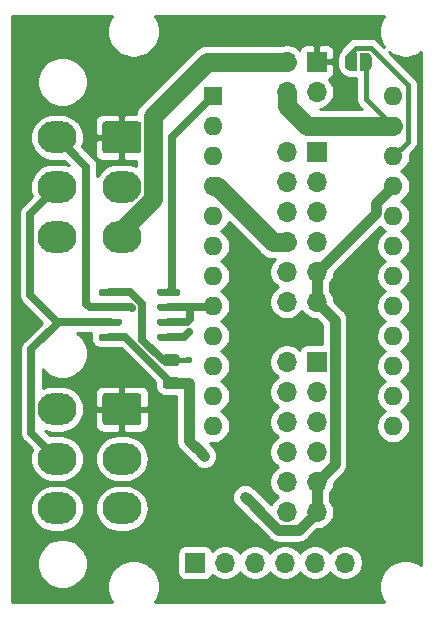
<source format=gbr>
G04 #@! TF.GenerationSoftware,KiCad,Pcbnew,(5.1.9)-1*
G04 #@! TF.CreationDate,2022-07-29T09:29:53-06:00*
G04 #@! TF.ProjectId,ABSIS_ALE,41425349-535f-4414-9c45-2e6b69636164,1*
G04 #@! TF.SameCoordinates,Original*
G04 #@! TF.FileFunction,Copper,L1,Top*
G04 #@! TF.FilePolarity,Positive*
%FSLAX46Y46*%
G04 Gerber Fmt 4.6, Leading zero omitted, Abs format (unit mm)*
G04 Created by KiCad (PCBNEW (5.1.9)-1) date 2022-07-29 09:29:53*
%MOMM*%
%LPD*%
G01*
G04 APERTURE LIST*
G04 #@! TA.AperFunction,SMDPad,CuDef*
%ADD10C,0.100000*%
G04 #@! TD*
G04 #@! TA.AperFunction,ComponentPad*
%ADD11O,1.600000X1.600000*%
G04 #@! TD*
G04 #@! TA.AperFunction,ComponentPad*
%ADD12R,1.600000X1.600000*%
G04 #@! TD*
G04 #@! TA.AperFunction,ComponentPad*
%ADD13R,1.700000X1.700000*%
G04 #@! TD*
G04 #@! TA.AperFunction,ComponentPad*
%ADD14O,1.700000X1.700000*%
G04 #@! TD*
G04 #@! TA.AperFunction,ComponentPad*
%ADD15O,3.300000X2.700000*%
G04 #@! TD*
G04 #@! TA.AperFunction,ViaPad*
%ADD16C,0.600000*%
G04 #@! TD*
G04 #@! TA.AperFunction,Conductor*
%ADD17C,0.457200*%
G04 #@! TD*
G04 #@! TA.AperFunction,Conductor*
%ADD18C,0.635000*%
G04 #@! TD*
G04 #@! TA.AperFunction,Conductor*
%ADD19C,0.914400*%
G04 #@! TD*
G04 #@! TA.AperFunction,Conductor*
%ADD20C,1.625600*%
G04 #@! TD*
G04 #@! TA.AperFunction,Conductor*
%ADD21C,0.254000*%
G04 #@! TD*
G04 #@! TA.AperFunction,Conductor*
%ADD22C,0.100000*%
G04 #@! TD*
G04 APERTURE END LIST*
G04 #@! TA.AperFunction,SMDPad,CuDef*
D10*
G36*
X151188900Y-69151598D02*
G01*
X151164366Y-69151598D01*
X151115535Y-69146788D01*
X151067410Y-69137216D01*
X151020455Y-69122972D01*
X150975122Y-69104195D01*
X150931849Y-69081064D01*
X150891050Y-69053804D01*
X150853121Y-69022676D01*
X150818424Y-68987979D01*
X150787296Y-68950050D01*
X150760036Y-68909251D01*
X150736905Y-68865978D01*
X150718128Y-68820645D01*
X150703884Y-68773690D01*
X150694312Y-68725565D01*
X150689502Y-68676734D01*
X150689502Y-68652200D01*
X150688900Y-68652200D01*
X150688900Y-68152200D01*
X150689502Y-68152200D01*
X150689502Y-68127666D01*
X150694312Y-68078835D01*
X150703884Y-68030710D01*
X150718128Y-67983755D01*
X150736905Y-67938422D01*
X150760036Y-67895149D01*
X150787296Y-67854350D01*
X150818424Y-67816421D01*
X150853121Y-67781724D01*
X150891050Y-67750596D01*
X150931849Y-67723336D01*
X150975122Y-67700205D01*
X151020455Y-67681428D01*
X151067410Y-67667184D01*
X151115535Y-67657612D01*
X151164366Y-67652802D01*
X151188900Y-67652802D01*
X151188900Y-67652200D01*
X151688900Y-67652200D01*
X151688900Y-69152200D01*
X151188900Y-69152200D01*
X151188900Y-69151598D01*
G37*
G04 #@! TD.AperFunction*
G04 #@! TA.AperFunction,SMDPad,CuDef*
G36*
X151988900Y-67652200D02*
G01*
X152488900Y-67652200D01*
X152488900Y-67652802D01*
X152513434Y-67652802D01*
X152562265Y-67657612D01*
X152610390Y-67667184D01*
X152657345Y-67681428D01*
X152702678Y-67700205D01*
X152745951Y-67723336D01*
X152786750Y-67750596D01*
X152824679Y-67781724D01*
X152859376Y-67816421D01*
X152890504Y-67854350D01*
X152917764Y-67895149D01*
X152940895Y-67938422D01*
X152959672Y-67983755D01*
X152973916Y-68030710D01*
X152983488Y-68078835D01*
X152988298Y-68127666D01*
X152988298Y-68152200D01*
X152988900Y-68152200D01*
X152988900Y-68652200D01*
X152988298Y-68652200D01*
X152988298Y-68676734D01*
X152983488Y-68725565D01*
X152973916Y-68773690D01*
X152959672Y-68820645D01*
X152940895Y-68865978D01*
X152917764Y-68909251D01*
X152890504Y-68950050D01*
X152859376Y-68987979D01*
X152824679Y-69022676D01*
X152786750Y-69053804D01*
X152745951Y-69081064D01*
X152702678Y-69104195D01*
X152657345Y-69122972D01*
X152610390Y-69137216D01*
X152562265Y-69146788D01*
X152513434Y-69151598D01*
X152488900Y-69151598D01*
X152488900Y-69152200D01*
X151988900Y-69152200D01*
X151988900Y-67652200D01*
G37*
G04 #@! TD.AperFunction*
D11*
X154787600Y-71323200D03*
X139547600Y-99263200D03*
X154787600Y-73863200D03*
X139547600Y-96723200D03*
X154787600Y-76403200D03*
X139547600Y-94183200D03*
X154787600Y-78943200D03*
X139547600Y-91643200D03*
X154787600Y-81483200D03*
X139547600Y-89103200D03*
X154787600Y-84023200D03*
X139547600Y-86563200D03*
X154787600Y-86563200D03*
X139547600Y-84023200D03*
X154787600Y-89103200D03*
X139547600Y-81483200D03*
X154787600Y-91643200D03*
X139547600Y-78943200D03*
X154787600Y-94183200D03*
X139547600Y-76403200D03*
X154787600Y-96723200D03*
X139547600Y-73863200D03*
X154787600Y-99263200D03*
D12*
X139547600Y-71323200D03*
G04 #@! TA.AperFunction,SMDPad,CuDef*
G36*
G01*
X131810000Y-91565000D02*
X131810000Y-91865000D01*
G75*
G02*
X131660000Y-92015000I-150000J0D01*
G01*
X130010000Y-92015000D01*
G75*
G02*
X129860000Y-91865000I0J150000D01*
G01*
X129860000Y-91565000D01*
G75*
G02*
X130010000Y-91415000I150000J0D01*
G01*
X131660000Y-91415000D01*
G75*
G02*
X131810000Y-91565000I0J-150000D01*
G01*
G37*
G04 #@! TD.AperFunction*
G04 #@! TA.AperFunction,SMDPad,CuDef*
G36*
G01*
X131810000Y-90295000D02*
X131810000Y-90595000D01*
G75*
G02*
X131660000Y-90745000I-150000J0D01*
G01*
X130010000Y-90745000D01*
G75*
G02*
X129860000Y-90595000I0J150000D01*
G01*
X129860000Y-90295000D01*
G75*
G02*
X130010000Y-90145000I150000J0D01*
G01*
X131660000Y-90145000D01*
G75*
G02*
X131810000Y-90295000I0J-150000D01*
G01*
G37*
G04 #@! TD.AperFunction*
G04 #@! TA.AperFunction,SMDPad,CuDef*
G36*
G01*
X131810000Y-89025000D02*
X131810000Y-89325000D01*
G75*
G02*
X131660000Y-89475000I-150000J0D01*
G01*
X130010000Y-89475000D01*
G75*
G02*
X129860000Y-89325000I0J150000D01*
G01*
X129860000Y-89025000D01*
G75*
G02*
X130010000Y-88875000I150000J0D01*
G01*
X131660000Y-88875000D01*
G75*
G02*
X131810000Y-89025000I0J-150000D01*
G01*
G37*
G04 #@! TD.AperFunction*
G04 #@! TA.AperFunction,SMDPad,CuDef*
G36*
G01*
X131810000Y-87755000D02*
X131810000Y-88055000D01*
G75*
G02*
X131660000Y-88205000I-150000J0D01*
G01*
X130010000Y-88205000D01*
G75*
G02*
X129860000Y-88055000I0J150000D01*
G01*
X129860000Y-87755000D01*
G75*
G02*
X130010000Y-87605000I150000J0D01*
G01*
X131660000Y-87605000D01*
G75*
G02*
X131810000Y-87755000I0J-150000D01*
G01*
G37*
G04 #@! TD.AperFunction*
G04 #@! TA.AperFunction,SMDPad,CuDef*
G36*
G01*
X136760000Y-87755000D02*
X136760000Y-88055000D01*
G75*
G02*
X136610000Y-88205000I-150000J0D01*
G01*
X134960000Y-88205000D01*
G75*
G02*
X134810000Y-88055000I0J150000D01*
G01*
X134810000Y-87755000D01*
G75*
G02*
X134960000Y-87605000I150000J0D01*
G01*
X136610000Y-87605000D01*
G75*
G02*
X136760000Y-87755000I0J-150000D01*
G01*
G37*
G04 #@! TD.AperFunction*
G04 #@! TA.AperFunction,SMDPad,CuDef*
G36*
G01*
X136760000Y-89025000D02*
X136760000Y-89325000D01*
G75*
G02*
X136610000Y-89475000I-150000J0D01*
G01*
X134960000Y-89475000D01*
G75*
G02*
X134810000Y-89325000I0J150000D01*
G01*
X134810000Y-89025000D01*
G75*
G02*
X134960000Y-88875000I150000J0D01*
G01*
X136610000Y-88875000D01*
G75*
G02*
X136760000Y-89025000I0J-150000D01*
G01*
G37*
G04 #@! TD.AperFunction*
G04 #@! TA.AperFunction,SMDPad,CuDef*
G36*
G01*
X136760000Y-90295000D02*
X136760000Y-90595000D01*
G75*
G02*
X136610000Y-90745000I-150000J0D01*
G01*
X134960000Y-90745000D01*
G75*
G02*
X134810000Y-90595000I0J150000D01*
G01*
X134810000Y-90295000D01*
G75*
G02*
X134960000Y-90145000I150000J0D01*
G01*
X136610000Y-90145000D01*
G75*
G02*
X136760000Y-90295000I0J-150000D01*
G01*
G37*
G04 #@! TD.AperFunction*
G04 #@! TA.AperFunction,SMDPad,CuDef*
G36*
G01*
X136760000Y-91565000D02*
X136760000Y-91865000D01*
G75*
G02*
X136610000Y-92015000I-150000J0D01*
G01*
X134960000Y-92015000D01*
G75*
G02*
X134810000Y-91865000I0J150000D01*
G01*
X134810000Y-91565000D01*
G75*
G02*
X134960000Y-91415000I150000J0D01*
G01*
X136610000Y-91415000D01*
G75*
G02*
X136760000Y-91565000I0J-150000D01*
G01*
G37*
G04 #@! TD.AperFunction*
D13*
X148310000Y-68410000D03*
D14*
X145770000Y-68410000D03*
X148310000Y-70950000D03*
X145770000Y-70950000D03*
D15*
X126310000Y-106210000D03*
X126310000Y-102010000D03*
X126310000Y-97810000D03*
X131810000Y-106210000D03*
X131810000Y-102010000D03*
G04 #@! TA.AperFunction,ComponentPad*
G36*
G01*
X130410001Y-96460000D02*
X133209999Y-96460000D01*
G75*
G02*
X133460000Y-96710001I0J-250001D01*
G01*
X133460000Y-98909999D01*
G75*
G02*
X133209999Y-99160000I-250001J0D01*
G01*
X130410001Y-99160000D01*
G75*
G02*
X130160000Y-98909999I0J250001D01*
G01*
X130160000Y-96710001D01*
G75*
G02*
X130410001Y-96460000I250001J0D01*
G01*
G37*
G04 #@! TD.AperFunction*
X126310000Y-83210000D03*
X126310000Y-79010000D03*
X126310000Y-74810000D03*
X131810000Y-83210000D03*
X131810000Y-79010000D03*
G04 #@! TA.AperFunction,ComponentPad*
G36*
G01*
X130410001Y-73460000D02*
X133209999Y-73460000D01*
G75*
G02*
X133460000Y-73710001I0J-250001D01*
G01*
X133460000Y-75909999D01*
G75*
G02*
X133209999Y-76160000I-250001J0D01*
G01*
X130410001Y-76160000D01*
G75*
G02*
X130160000Y-75909999I0J250001D01*
G01*
X130160000Y-73710001D01*
G75*
G02*
X130410001Y-73460000I250001J0D01*
G01*
G37*
G04 #@! TD.AperFunction*
G04 #@! TA.AperFunction,SMDPad,CuDef*
G36*
G01*
X136453900Y-94175200D02*
X135503900Y-94175200D01*
G75*
G02*
X135253900Y-93925200I0J250000D01*
G01*
X135253900Y-93425200D01*
G75*
G02*
X135503900Y-93175200I250000J0D01*
G01*
X136453900Y-93175200D01*
G75*
G02*
X136703900Y-93425200I0J-250000D01*
G01*
X136703900Y-93925200D01*
G75*
G02*
X136453900Y-94175200I-250000J0D01*
G01*
G37*
G04 #@! TD.AperFunction*
G04 #@! TA.AperFunction,SMDPad,CuDef*
G36*
G01*
X136453900Y-96075200D02*
X135503900Y-96075200D01*
G75*
G02*
X135253900Y-95825200I0J250000D01*
G01*
X135253900Y-95325200D01*
G75*
G02*
X135503900Y-95075200I250000J0D01*
G01*
X136453900Y-95075200D01*
G75*
G02*
X136703900Y-95325200I0J-250000D01*
G01*
X136703900Y-95825200D01*
G75*
G02*
X136453900Y-96075200I-250000J0D01*
G01*
G37*
G04 #@! TD.AperFunction*
D14*
X150710000Y-110810000D03*
X148170000Y-110810000D03*
X145630000Y-110810000D03*
X143090000Y-110810000D03*
X140550000Y-110810000D03*
D13*
X138010000Y-110810000D03*
D14*
X145770000Y-106510000D03*
X148310000Y-106510000D03*
X145770000Y-103970000D03*
X148310000Y-103970000D03*
X145770000Y-101430000D03*
X148310000Y-101430000D03*
X145770000Y-98890000D03*
X148310000Y-98890000D03*
X145770000Y-96350000D03*
X148310000Y-96350000D03*
X145770000Y-93810000D03*
D13*
X148310000Y-93810000D03*
D14*
X145770000Y-88730000D03*
X148310000Y-88730000D03*
X145770000Y-86190000D03*
X148310000Y-86190000D03*
X145770000Y-83650000D03*
X148310000Y-83650000D03*
X145770000Y-81110000D03*
X148310000Y-81110000D03*
X145770000Y-78570000D03*
X148310000Y-78570000D03*
X145770000Y-76030000D03*
D13*
X148310000Y-76030000D03*
D16*
X137502900Y-93675200D03*
X138802721Y-101773379D03*
X142968321Y-105938979D03*
X143882721Y-106853379D03*
X138307421Y-101278079D03*
X137786721Y-100757379D03*
X142252700Y-105232200D03*
X132676900Y-89230200D03*
X137502900Y-91262200D03*
D17*
X135978900Y-93675200D02*
X137502900Y-93675200D01*
D18*
X135259782Y-93675200D02*
X133511909Y-91927327D01*
X135978900Y-93675200D02*
X135259782Y-93675200D01*
X133511909Y-91927327D02*
X133511909Y-88884327D01*
X133511909Y-88884327D02*
X132532582Y-87905000D01*
X132532582Y-87905000D02*
X130835000Y-87905000D01*
D19*
X137728310Y-110528310D02*
X138010000Y-110810000D01*
D20*
X139861119Y-78943200D02*
X139547600Y-78943200D01*
X144567919Y-83650000D02*
X139861119Y-78943200D01*
X145770000Y-83650000D02*
X144567919Y-83650000D01*
X147481119Y-73863200D02*
X154787600Y-73863200D01*
X145770000Y-72152081D02*
X147481119Y-73863200D01*
X145770000Y-70950000D02*
X145770000Y-72152081D01*
D17*
X152488900Y-68402200D02*
X152488900Y-71564500D01*
X152488900Y-71564500D02*
X154787600Y-73863200D01*
X137497900Y-95575200D02*
X137502900Y-95580200D01*
D18*
X132118700Y-91715000D02*
X135978900Y-95575200D01*
X130835000Y-91715000D02*
X132118700Y-91715000D01*
D19*
X153330399Y-81169601D02*
X148310000Y-86190000D01*
X153330399Y-80400401D02*
X153330399Y-81169601D01*
X154787600Y-78943200D02*
X153330399Y-80400401D01*
X148310000Y-86190000D02*
X148310000Y-88730000D01*
X148310000Y-106510000D02*
X148310000Y-103970000D01*
X145046543Y-108017201D02*
X143882721Y-106853379D01*
X137502900Y-100473558D02*
X137502900Y-95580200D01*
X146802799Y-108017201D02*
X145046543Y-108017201D01*
X148310000Y-106510000D02*
X146802799Y-108017201D01*
X135983900Y-95580200D02*
X135978900Y-95575200D01*
X137502900Y-95580200D02*
X135983900Y-95580200D01*
X149817201Y-90237201D02*
X148310000Y-88730000D01*
X149817201Y-102462799D02*
X149817201Y-90237201D01*
X148310000Y-103970000D02*
X149817201Y-102462799D01*
X138802721Y-101773379D02*
X138307421Y-101278079D01*
X138307421Y-101278079D02*
X137786721Y-100757379D01*
X137786721Y-100757379D02*
X137502900Y-100473558D01*
X142659100Y-105629758D02*
X142261542Y-105232200D01*
X143882721Y-106853379D02*
X142659100Y-105629758D01*
X142261542Y-105232200D02*
X142252700Y-105232200D01*
X142968321Y-105938979D02*
X142659100Y-105629758D01*
D20*
X139037758Y-68410000D02*
X145770000Y-68410000D01*
X134472810Y-72974948D02*
X139037758Y-68410000D01*
X131810000Y-82651517D02*
X134472810Y-79988707D01*
X131810000Y-83210000D02*
X131810000Y-82651517D01*
X134472810Y-79988707D02*
X134472810Y-72974948D01*
D18*
X128787501Y-88878401D02*
X128787501Y-77287501D01*
X130835000Y-89175000D02*
X129084100Y-89175000D01*
X129084100Y-89175000D02*
X128787501Y-88878401D01*
X128787501Y-77287501D02*
X126310000Y-74810000D01*
X132621700Y-89175000D02*
X132676900Y-89230200D01*
X130835000Y-89175000D02*
X132621700Y-89175000D01*
X130835000Y-90445000D02*
X126319098Y-90445000D01*
X126319098Y-90445000D02*
X124040900Y-88166802D01*
X124040900Y-81279100D02*
X126310000Y-79010000D01*
X124040900Y-88166802D02*
X124040900Y-81279100D01*
X124142490Y-99842490D02*
X126310000Y-102010000D01*
X124142490Y-92751608D02*
X124142490Y-99842490D01*
X126449098Y-90445000D02*
X124142490Y-92751608D01*
X130835000Y-90445000D02*
X126449098Y-90445000D01*
X136085000Y-87605000D02*
X136085000Y-74785800D01*
X136085000Y-74785800D02*
X139547600Y-71323200D01*
X135785000Y-87905000D02*
X136085000Y-87605000D01*
X139475800Y-89175000D02*
X139547600Y-89103200D01*
X135785000Y-90445000D02*
X137304100Y-90445000D01*
X137574700Y-90174400D02*
X137574700Y-89175000D01*
X137304100Y-90445000D02*
X137574700Y-90174400D01*
X137574700Y-89175000D02*
X139475800Y-89175000D01*
X135785000Y-89175000D02*
X137574700Y-89175000D01*
X137050100Y-91715000D02*
X137502900Y-91262200D01*
X135785000Y-91715000D02*
X137050100Y-91715000D01*
D17*
X151188900Y-67654608D02*
X151619918Y-67223590D01*
X151188900Y-68402200D02*
X151188900Y-67654608D01*
X152870140Y-67223590D02*
X156029011Y-70382461D01*
X151619918Y-67223590D02*
X152870140Y-67223590D01*
X156029011Y-70382461D02*
X156029011Y-75161789D01*
X156029011Y-75161789D02*
X154787600Y-76403200D01*
D21*
X130829369Y-64751331D02*
X130660890Y-65158075D01*
X130575000Y-65589872D01*
X130575000Y-66030128D01*
X130660890Y-66461925D01*
X130829369Y-66868669D01*
X131073962Y-67234729D01*
X131385271Y-67546038D01*
X131751331Y-67790631D01*
X132158075Y-67959110D01*
X132589872Y-68045000D01*
X133030128Y-68045000D01*
X133461925Y-67959110D01*
X133868669Y-67790631D01*
X134234729Y-67546038D01*
X134546038Y-67234729D01*
X134790631Y-66868669D01*
X134959110Y-66461925D01*
X135045000Y-66030128D01*
X135045000Y-65589872D01*
X134959110Y-65158075D01*
X134790631Y-64751331D01*
X134619356Y-64495000D01*
X154000644Y-64495000D01*
X153829369Y-64751331D01*
X153660890Y-65158075D01*
X153575000Y-65589872D01*
X153575000Y-66030128D01*
X153660890Y-66461925D01*
X153829369Y-66868669D01*
X154016310Y-67148447D01*
X153510804Y-66642941D01*
X153483752Y-66609978D01*
X153352252Y-66502059D01*
X153202224Y-66421868D01*
X153039435Y-66372486D01*
X152912560Y-66359990D01*
X152870140Y-66355812D01*
X152827720Y-66359990D01*
X151662338Y-66359990D01*
X151619918Y-66355812D01*
X151577498Y-66359990D01*
X151450623Y-66372486D01*
X151287834Y-66421868D01*
X151137806Y-66502059D01*
X151006306Y-66609978D01*
X150979258Y-66642936D01*
X150608246Y-67013949D01*
X150575289Y-67040996D01*
X150509028Y-67121736D01*
X150467369Y-67172497D01*
X150422456Y-67256525D01*
X150387179Y-67322524D01*
X150376151Y-67358877D01*
X150351210Y-67383818D01*
X150271858Y-67480509D01*
X150217402Y-67562008D01*
X150158436Y-67672325D01*
X150120927Y-67762881D01*
X150084618Y-67882577D01*
X150065496Y-67978710D01*
X150053236Y-68103191D01*
X150053236Y-68127750D01*
X150050828Y-68152200D01*
X150050828Y-68652200D01*
X150053236Y-68676650D01*
X150053236Y-68701209D01*
X150065496Y-68825690D01*
X150084618Y-68921823D01*
X150120927Y-69041519D01*
X150158436Y-69132075D01*
X150217402Y-69242392D01*
X150271858Y-69323891D01*
X150351210Y-69420582D01*
X150420518Y-69489890D01*
X150517209Y-69569242D01*
X150598708Y-69623698D01*
X150709025Y-69682664D01*
X150799581Y-69720173D01*
X150919277Y-69756482D01*
X151015410Y-69775604D01*
X151139891Y-69787864D01*
X151164450Y-69787864D01*
X151188900Y-69790272D01*
X151625300Y-69790272D01*
X151625301Y-71522070D01*
X151621122Y-71564500D01*
X151637796Y-71733794D01*
X151648283Y-71768363D01*
X151687179Y-71896584D01*
X151767370Y-72046612D01*
X151875289Y-72178112D01*
X151908246Y-72205159D01*
X152118487Y-72415400D01*
X148554795Y-72415400D01*
X148743158Y-72377932D01*
X149013411Y-72265990D01*
X149256632Y-72103475D01*
X149463475Y-71896632D01*
X149625990Y-71653411D01*
X149737932Y-71383158D01*
X149795000Y-71096260D01*
X149795000Y-70803740D01*
X149737932Y-70516842D01*
X149625990Y-70246589D01*
X149463475Y-70003368D01*
X149331620Y-69871513D01*
X149404180Y-69849502D01*
X149514494Y-69790537D01*
X149611185Y-69711185D01*
X149690537Y-69614494D01*
X149749502Y-69504180D01*
X149785812Y-69384482D01*
X149798072Y-69260000D01*
X149795000Y-68695750D01*
X149636250Y-68537000D01*
X148437000Y-68537000D01*
X148437000Y-68557000D01*
X148183000Y-68557000D01*
X148183000Y-68537000D01*
X148163000Y-68537000D01*
X148163000Y-68283000D01*
X148183000Y-68283000D01*
X148183000Y-67083750D01*
X148437000Y-67083750D01*
X148437000Y-68283000D01*
X149636250Y-68283000D01*
X149795000Y-68124250D01*
X149798072Y-67560000D01*
X149785812Y-67435518D01*
X149749502Y-67315820D01*
X149690537Y-67205506D01*
X149611185Y-67108815D01*
X149514494Y-67029463D01*
X149404180Y-66970498D01*
X149284482Y-66934188D01*
X149160000Y-66921928D01*
X148595750Y-66925000D01*
X148437000Y-67083750D01*
X148183000Y-67083750D01*
X148024250Y-66925000D01*
X147460000Y-66921928D01*
X147335518Y-66934188D01*
X147215820Y-66970498D01*
X147105506Y-67029463D01*
X147008815Y-67108815D01*
X146929463Y-67205506D01*
X146870498Y-67315820D01*
X146848487Y-67388380D01*
X146716632Y-67256525D01*
X146473411Y-67094010D01*
X146203158Y-66982068D01*
X145916260Y-66925000D01*
X145623740Y-66925000D01*
X145436724Y-66962200D01*
X139108869Y-66962200D01*
X139037757Y-66955196D01*
X138966645Y-66962200D01*
X138966636Y-66962200D01*
X138753940Y-66983149D01*
X138481028Y-67065935D01*
X138229512Y-67200374D01*
X138009056Y-67381298D01*
X137963720Y-67436540D01*
X133499346Y-71900914D01*
X133444109Y-71946246D01*
X133398777Y-72001483D01*
X133398770Y-72001490D01*
X133263185Y-72166702D01*
X133128745Y-72418219D01*
X133045960Y-72691130D01*
X133032983Y-72822890D01*
X132095750Y-72825000D01*
X131937000Y-72983750D01*
X131937000Y-74683000D01*
X131957000Y-74683000D01*
X131957000Y-74937000D01*
X131937000Y-74937000D01*
X131937000Y-76636250D01*
X132095750Y-76795000D01*
X133025010Y-76797092D01*
X133025010Y-77248316D01*
X132873302Y-77167226D01*
X132499128Y-77053722D01*
X132207510Y-77025000D01*
X131412490Y-77025000D01*
X131120872Y-77053722D01*
X130746698Y-77167226D01*
X130401857Y-77351547D01*
X130099602Y-77599602D01*
X129851547Y-77901857D01*
X129740001Y-78110545D01*
X129740001Y-77334286D01*
X129744609Y-77287501D01*
X129726218Y-77100779D01*
X129721432Y-77085000D01*
X129671753Y-76921232D01*
X129583307Y-76755760D01*
X129464279Y-76610723D01*
X129427932Y-76580894D01*
X129007038Y-76160000D01*
X129521928Y-76160000D01*
X129534188Y-76284482D01*
X129570498Y-76404180D01*
X129629463Y-76514494D01*
X129708815Y-76611185D01*
X129805506Y-76690537D01*
X129915820Y-76749502D01*
X130035518Y-76785812D01*
X130160000Y-76798072D01*
X131524250Y-76795000D01*
X131683000Y-76636250D01*
X131683000Y-74937000D01*
X129683750Y-74937000D01*
X129525000Y-75095750D01*
X129521928Y-76160000D01*
X129007038Y-76160000D01*
X128441476Y-75594438D01*
X128452774Y-75573302D01*
X128566278Y-75199128D01*
X128604604Y-74810000D01*
X128566278Y-74420872D01*
X128452774Y-74046698D01*
X128268453Y-73701857D01*
X128069966Y-73460000D01*
X129521928Y-73460000D01*
X129525000Y-74524250D01*
X129683750Y-74683000D01*
X131683000Y-74683000D01*
X131683000Y-72983750D01*
X131524250Y-72825000D01*
X130160000Y-72821928D01*
X130035518Y-72834188D01*
X129915820Y-72870498D01*
X129805506Y-72929463D01*
X129708815Y-73008815D01*
X129629463Y-73105506D01*
X129570498Y-73215820D01*
X129534188Y-73335518D01*
X129521928Y-73460000D01*
X128069966Y-73460000D01*
X128020398Y-73399602D01*
X127718143Y-73151547D01*
X127373302Y-72967226D01*
X126999128Y-72853722D01*
X126707510Y-72825000D01*
X125912490Y-72825000D01*
X125620872Y-72853722D01*
X125246698Y-72967226D01*
X124901857Y-73151547D01*
X124599602Y-73399602D01*
X124351547Y-73701857D01*
X124167226Y-74046698D01*
X124053722Y-74420872D01*
X124015396Y-74810000D01*
X124053722Y-75199128D01*
X124167226Y-75573302D01*
X124351547Y-75918143D01*
X124599602Y-76220398D01*
X124901857Y-76468453D01*
X125246698Y-76652774D01*
X125620872Y-76766278D01*
X125912490Y-76795000D01*
X126707510Y-76795000D01*
X126926403Y-76773441D01*
X127297060Y-77144098D01*
X126999128Y-77053722D01*
X126707510Y-77025000D01*
X125912490Y-77025000D01*
X125620872Y-77053722D01*
X125246698Y-77167226D01*
X124901857Y-77351547D01*
X124599602Y-77599602D01*
X124351547Y-77901857D01*
X124167226Y-78246698D01*
X124053722Y-78620872D01*
X124015396Y-79010000D01*
X124053722Y-79399128D01*
X124167226Y-79773302D01*
X124178523Y-79794438D01*
X123400464Y-80572498D01*
X123364123Y-80602322D01*
X123334299Y-80638663D01*
X123245094Y-80747360D01*
X123156649Y-80912831D01*
X123102183Y-81092378D01*
X123083792Y-81279100D01*
X123088401Y-81325895D01*
X123088400Y-88120017D01*
X123083792Y-88166802D01*
X123094081Y-88271269D01*
X123102183Y-88353524D01*
X123156648Y-88533070D01*
X123245094Y-88698543D01*
X123364122Y-88843580D01*
X123400469Y-88873409D01*
X125037060Y-90510000D01*
X123502059Y-92045001D01*
X123465712Y-92074830D01*
X123346684Y-92219867D01*
X123258238Y-92385340D01*
X123235873Y-92459067D01*
X123203773Y-92564886D01*
X123185382Y-92751608D01*
X123189990Y-92798393D01*
X123189991Y-99795695D01*
X123185382Y-99842490D01*
X123203773Y-100029212D01*
X123258239Y-100208759D01*
X123342048Y-100365555D01*
X123346685Y-100374231D01*
X123465713Y-100519268D01*
X123502054Y-100549092D01*
X124178523Y-101225562D01*
X124167226Y-101246698D01*
X124053722Y-101620872D01*
X124015396Y-102010000D01*
X124053722Y-102399128D01*
X124167226Y-102773302D01*
X124351547Y-103118143D01*
X124599602Y-103420398D01*
X124901857Y-103668453D01*
X125246698Y-103852774D01*
X125620872Y-103966278D01*
X125912490Y-103995000D01*
X126707510Y-103995000D01*
X126999128Y-103966278D01*
X127373302Y-103852774D01*
X127718143Y-103668453D01*
X128020398Y-103420398D01*
X128268453Y-103118143D01*
X128452774Y-102773302D01*
X128566278Y-102399128D01*
X128604604Y-102010000D01*
X129515396Y-102010000D01*
X129553722Y-102399128D01*
X129667226Y-102773302D01*
X129851547Y-103118143D01*
X130099602Y-103420398D01*
X130401857Y-103668453D01*
X130746698Y-103852774D01*
X131120872Y-103966278D01*
X131412490Y-103995000D01*
X132207510Y-103995000D01*
X132499128Y-103966278D01*
X132873302Y-103852774D01*
X133218143Y-103668453D01*
X133520398Y-103420398D01*
X133768453Y-103118143D01*
X133952774Y-102773302D01*
X134066278Y-102399128D01*
X134104604Y-102010000D01*
X134066278Y-101620872D01*
X133952774Y-101246698D01*
X133768453Y-100901857D01*
X133520398Y-100599602D01*
X133218143Y-100351547D01*
X132873302Y-100167226D01*
X132499128Y-100053722D01*
X132207510Y-100025000D01*
X131412490Y-100025000D01*
X131120872Y-100053722D01*
X130746698Y-100167226D01*
X130401857Y-100351547D01*
X130099602Y-100599602D01*
X129851547Y-100901857D01*
X129667226Y-101246698D01*
X129553722Y-101620872D01*
X129515396Y-102010000D01*
X128604604Y-102010000D01*
X128566278Y-101620872D01*
X128452774Y-101246698D01*
X128268453Y-100901857D01*
X128020398Y-100599602D01*
X127718143Y-100351547D01*
X127373302Y-100167226D01*
X126999128Y-100053722D01*
X126707510Y-100025000D01*
X125912490Y-100025000D01*
X125693598Y-100046559D01*
X125322940Y-99675902D01*
X125620872Y-99766278D01*
X125912490Y-99795000D01*
X126707510Y-99795000D01*
X126999128Y-99766278D01*
X127373302Y-99652774D01*
X127718143Y-99468453D01*
X128020398Y-99220398D01*
X128069965Y-99160000D01*
X129521928Y-99160000D01*
X129534188Y-99284482D01*
X129570498Y-99404180D01*
X129629463Y-99514494D01*
X129708815Y-99611185D01*
X129805506Y-99690537D01*
X129915820Y-99749502D01*
X130035518Y-99785812D01*
X130160000Y-99798072D01*
X131524250Y-99795000D01*
X131683000Y-99636250D01*
X131683000Y-97937000D01*
X131937000Y-97937000D01*
X131937000Y-99636250D01*
X132095750Y-99795000D01*
X133460000Y-99798072D01*
X133584482Y-99785812D01*
X133704180Y-99749502D01*
X133814494Y-99690537D01*
X133911185Y-99611185D01*
X133990537Y-99514494D01*
X134049502Y-99404180D01*
X134085812Y-99284482D01*
X134098072Y-99160000D01*
X134095000Y-98095750D01*
X133936250Y-97937000D01*
X131937000Y-97937000D01*
X131683000Y-97937000D01*
X129683750Y-97937000D01*
X129525000Y-98095750D01*
X129521928Y-99160000D01*
X128069965Y-99160000D01*
X128268453Y-98918143D01*
X128452774Y-98573302D01*
X128566278Y-98199128D01*
X128604604Y-97810000D01*
X128566278Y-97420872D01*
X128452774Y-97046698D01*
X128268453Y-96701857D01*
X128069966Y-96460000D01*
X129521928Y-96460000D01*
X129525000Y-97524250D01*
X129683750Y-97683000D01*
X131683000Y-97683000D01*
X131683000Y-95983750D01*
X131937000Y-95983750D01*
X131937000Y-97683000D01*
X133936250Y-97683000D01*
X134095000Y-97524250D01*
X134098072Y-96460000D01*
X134085812Y-96335518D01*
X134049502Y-96215820D01*
X133990537Y-96105506D01*
X133911185Y-96008815D01*
X133814494Y-95929463D01*
X133704180Y-95870498D01*
X133584482Y-95834188D01*
X133460000Y-95821928D01*
X132095750Y-95825000D01*
X131937000Y-95983750D01*
X131683000Y-95983750D01*
X131524250Y-95825000D01*
X130160000Y-95821928D01*
X130035518Y-95834188D01*
X129915820Y-95870498D01*
X129805506Y-95929463D01*
X129708815Y-96008815D01*
X129629463Y-96105506D01*
X129570498Y-96215820D01*
X129534188Y-96335518D01*
X129521928Y-96460000D01*
X128069966Y-96460000D01*
X128020398Y-96399602D01*
X127718143Y-96151547D01*
X127373302Y-95967226D01*
X126999128Y-95853722D01*
X126707510Y-95825000D01*
X125912490Y-95825000D01*
X125620872Y-95853722D01*
X125246698Y-95967226D01*
X125094990Y-96048315D01*
X125094990Y-94446069D01*
X125111637Y-94470983D01*
X125409017Y-94768363D01*
X125758698Y-95002012D01*
X126147244Y-95162953D01*
X126559721Y-95245000D01*
X126980279Y-95245000D01*
X127392756Y-95162953D01*
X127781302Y-95002012D01*
X128130983Y-94768363D01*
X128428363Y-94470983D01*
X128662012Y-94121302D01*
X128822953Y-93732756D01*
X128905000Y-93320279D01*
X128905000Y-92899721D01*
X128822953Y-92487244D01*
X128662012Y-92098698D01*
X128428363Y-91749017D01*
X128130983Y-91451637D01*
X128049961Y-91397500D01*
X129241243Y-91397500D01*
X129237071Y-91411255D01*
X129221928Y-91565000D01*
X129221928Y-91865000D01*
X129237071Y-92018745D01*
X129281916Y-92166582D01*
X129354742Y-92302829D01*
X129452749Y-92422251D01*
X129572171Y-92520258D01*
X129708418Y-92593084D01*
X129856255Y-92637929D01*
X130010000Y-92653072D01*
X130646151Y-92653072D01*
X130648277Y-92653717D01*
X130788215Y-92667500D01*
X131724162Y-92667500D01*
X134615828Y-95559167D01*
X134615828Y-95825200D01*
X134632892Y-95998454D01*
X134683428Y-96165050D01*
X134765495Y-96318586D01*
X134875938Y-96453162D01*
X135010514Y-96563605D01*
X135164050Y-96645672D01*
X135330646Y-96696208D01*
X135503900Y-96713272D01*
X136410701Y-96713272D01*
X136410700Y-100419916D01*
X136405417Y-100473558D01*
X136410700Y-100527199D01*
X136410700Y-100527206D01*
X136422110Y-100643053D01*
X136426504Y-100687667D01*
X136478202Y-100858091D01*
X136488957Y-100893546D01*
X136590375Y-101083287D01*
X136726862Y-101249596D01*
X136768537Y-101283798D01*
X138068355Y-102583616D01*
X138192993Y-102685903D01*
X138382732Y-102787322D01*
X138588611Y-102849775D01*
X138802721Y-102870862D01*
X139016830Y-102849775D01*
X139222709Y-102787322D01*
X139412450Y-102685903D01*
X139578759Y-102549417D01*
X139715245Y-102383108D01*
X139816664Y-102193367D01*
X139879117Y-101987488D01*
X139900204Y-101773379D01*
X139879117Y-101559269D01*
X139816664Y-101353390D01*
X139715245Y-101163651D01*
X139612958Y-101039013D01*
X139238842Y-100664897D01*
X139406265Y-100698200D01*
X139688935Y-100698200D01*
X139966174Y-100643053D01*
X140227327Y-100534880D01*
X140462359Y-100377837D01*
X140662237Y-100177959D01*
X140819280Y-99942927D01*
X140927453Y-99681774D01*
X140982600Y-99404535D01*
X140982600Y-99121865D01*
X140927453Y-98844626D01*
X140819280Y-98583473D01*
X140662237Y-98348441D01*
X140462359Y-98148563D01*
X140229841Y-97993200D01*
X140462359Y-97837837D01*
X140662237Y-97637959D01*
X140819280Y-97402927D01*
X140927453Y-97141774D01*
X140982600Y-96864535D01*
X140982600Y-96581865D01*
X140927453Y-96304626D01*
X140819280Y-96043473D01*
X140662237Y-95808441D01*
X140462359Y-95608563D01*
X140229841Y-95453200D01*
X140462359Y-95297837D01*
X140662237Y-95097959D01*
X140819280Y-94862927D01*
X140927453Y-94601774D01*
X140982600Y-94324535D01*
X140982600Y-94041865D01*
X140927453Y-93764626D01*
X140819280Y-93503473D01*
X140662237Y-93268441D01*
X140462359Y-93068563D01*
X140229841Y-92913200D01*
X140462359Y-92757837D01*
X140662237Y-92557959D01*
X140819280Y-92322927D01*
X140927453Y-92061774D01*
X140982600Y-91784535D01*
X140982600Y-91501865D01*
X140927453Y-91224626D01*
X140819280Y-90963473D01*
X140662237Y-90728441D01*
X140462359Y-90528563D01*
X140229841Y-90373200D01*
X140462359Y-90217837D01*
X140662237Y-90017959D01*
X140819280Y-89782927D01*
X140927453Y-89521774D01*
X140982600Y-89244535D01*
X140982600Y-88961865D01*
X140927453Y-88684626D01*
X140819280Y-88423473D01*
X140662237Y-88188441D01*
X140462359Y-87988563D01*
X140229841Y-87833200D01*
X140462359Y-87677837D01*
X140662237Y-87477959D01*
X140819280Y-87242927D01*
X140927453Y-86981774D01*
X140982600Y-86704535D01*
X140982600Y-86421865D01*
X140927453Y-86144626D01*
X140819280Y-85883473D01*
X140662237Y-85648441D01*
X140462359Y-85448563D01*
X140229841Y-85293200D01*
X140462359Y-85137837D01*
X140662237Y-84937959D01*
X140819280Y-84702927D01*
X140927453Y-84441774D01*
X140982600Y-84164535D01*
X140982600Y-83881865D01*
X140927453Y-83604626D01*
X140819280Y-83343473D01*
X140662237Y-83108441D01*
X140462359Y-82908563D01*
X140229841Y-82753200D01*
X140462359Y-82597837D01*
X140662237Y-82397959D01*
X140819280Y-82162927D01*
X140881979Y-82011558D01*
X143493881Y-84623460D01*
X143539217Y-84678702D01*
X143594459Y-84724038D01*
X143594460Y-84724039D01*
X143664565Y-84781573D01*
X143759673Y-84859626D01*
X144011189Y-84994065D01*
X144284101Y-85076851D01*
X144496797Y-85097800D01*
X144496806Y-85097800D01*
X144567918Y-85104804D01*
X144639030Y-85097800D01*
X144762093Y-85097800D01*
X144616525Y-85243368D01*
X144454010Y-85486589D01*
X144342068Y-85756842D01*
X144285000Y-86043740D01*
X144285000Y-86336260D01*
X144342068Y-86623158D01*
X144454010Y-86893411D01*
X144616525Y-87136632D01*
X144823368Y-87343475D01*
X144997760Y-87460000D01*
X144823368Y-87576525D01*
X144616525Y-87783368D01*
X144454010Y-88026589D01*
X144342068Y-88296842D01*
X144285000Y-88583740D01*
X144285000Y-88876260D01*
X144342068Y-89163158D01*
X144454010Y-89433411D01*
X144616525Y-89676632D01*
X144823368Y-89883475D01*
X145066589Y-90045990D01*
X145336842Y-90157932D01*
X145623740Y-90215000D01*
X145916260Y-90215000D01*
X146203158Y-90157932D01*
X146473411Y-90045990D01*
X146716632Y-89883475D01*
X146923475Y-89676632D01*
X147040000Y-89502240D01*
X147156525Y-89676632D01*
X147363368Y-89883475D01*
X147606589Y-90045990D01*
X147876842Y-90157932D01*
X148163740Y-90215000D01*
X148250397Y-90215000D01*
X148725002Y-90689606D01*
X148725002Y-92321928D01*
X147460000Y-92321928D01*
X147335518Y-92334188D01*
X147215820Y-92370498D01*
X147105506Y-92429463D01*
X147008815Y-92508815D01*
X146929463Y-92605506D01*
X146870498Y-92715820D01*
X146848487Y-92788380D01*
X146716632Y-92656525D01*
X146473411Y-92494010D01*
X146203158Y-92382068D01*
X145916260Y-92325000D01*
X145623740Y-92325000D01*
X145336842Y-92382068D01*
X145066589Y-92494010D01*
X144823368Y-92656525D01*
X144616525Y-92863368D01*
X144454010Y-93106589D01*
X144342068Y-93376842D01*
X144285000Y-93663740D01*
X144285000Y-93956260D01*
X144342068Y-94243158D01*
X144454010Y-94513411D01*
X144616525Y-94756632D01*
X144823368Y-94963475D01*
X144997760Y-95080000D01*
X144823368Y-95196525D01*
X144616525Y-95403368D01*
X144454010Y-95646589D01*
X144342068Y-95916842D01*
X144285000Y-96203740D01*
X144285000Y-96496260D01*
X144342068Y-96783158D01*
X144454010Y-97053411D01*
X144616525Y-97296632D01*
X144823368Y-97503475D01*
X144997760Y-97620000D01*
X144823368Y-97736525D01*
X144616525Y-97943368D01*
X144454010Y-98186589D01*
X144342068Y-98456842D01*
X144285000Y-98743740D01*
X144285000Y-99036260D01*
X144342068Y-99323158D01*
X144454010Y-99593411D01*
X144616525Y-99836632D01*
X144823368Y-100043475D01*
X144997760Y-100160000D01*
X144823368Y-100276525D01*
X144616525Y-100483368D01*
X144454010Y-100726589D01*
X144342068Y-100996842D01*
X144285000Y-101283740D01*
X144285000Y-101576260D01*
X144342068Y-101863158D01*
X144454010Y-102133411D01*
X144616525Y-102376632D01*
X144823368Y-102583475D01*
X144997760Y-102700000D01*
X144823368Y-102816525D01*
X144616525Y-103023368D01*
X144454010Y-103266589D01*
X144342068Y-103536842D01*
X144285000Y-103823740D01*
X144285000Y-104116260D01*
X144342068Y-104403158D01*
X144454010Y-104673411D01*
X144616525Y-104916632D01*
X144823368Y-105123475D01*
X144997760Y-105240000D01*
X144823368Y-105356525D01*
X144616525Y-105563368D01*
X144454010Y-105806589D01*
X144432490Y-105858544D01*
X143393466Y-104819521D01*
X143071782Y-104497837D01*
X143037580Y-104456162D01*
X142871271Y-104319675D01*
X142681531Y-104218257D01*
X142475651Y-104155804D01*
X142315191Y-104140000D01*
X142315183Y-104140000D01*
X142261542Y-104134717D01*
X142207901Y-104140000D01*
X142199051Y-104140000D01*
X142038591Y-104155804D01*
X141832711Y-104218257D01*
X141642971Y-104319675D01*
X141476662Y-104456162D01*
X141340175Y-104622471D01*
X141238757Y-104812211D01*
X141176304Y-105018091D01*
X141155216Y-105232200D01*
X141176304Y-105446309D01*
X141238757Y-105652189D01*
X141340175Y-105841929D01*
X141476662Y-106008238D01*
X141567646Y-106082907D01*
X141848863Y-106364124D01*
X143148354Y-107663616D01*
X143148359Y-107663620D01*
X144236307Y-108751569D01*
X144270505Y-108793239D01*
X144436814Y-108929726D01*
X144601941Y-109017988D01*
X144626554Y-109031144D01*
X144832433Y-109093597D01*
X144851833Y-109095508D01*
X144992894Y-109109401D01*
X144992901Y-109109401D01*
X145046543Y-109114684D01*
X145100184Y-109109401D01*
X146749158Y-109109401D01*
X146802799Y-109114684D01*
X146856440Y-109109401D01*
X146856448Y-109109401D01*
X147016908Y-109093597D01*
X147222788Y-109031144D01*
X147412528Y-108929726D01*
X147578837Y-108793239D01*
X147613039Y-108751564D01*
X148369604Y-107995000D01*
X148456260Y-107995000D01*
X148743158Y-107937932D01*
X149013411Y-107825990D01*
X149256632Y-107663475D01*
X149463475Y-107456632D01*
X149625990Y-107213411D01*
X149737932Y-106943158D01*
X149795000Y-106656260D01*
X149795000Y-106363740D01*
X149737932Y-106076842D01*
X149625990Y-105806589D01*
X149463475Y-105563368D01*
X149402200Y-105502093D01*
X149402200Y-104977907D01*
X149463475Y-104916632D01*
X149625990Y-104673411D01*
X149737932Y-104403158D01*
X149795000Y-104116260D01*
X149795000Y-104029603D01*
X150551569Y-103273034D01*
X150593239Y-103238837D01*
X150729726Y-103072528D01*
X150831144Y-102882788D01*
X150884050Y-102708379D01*
X150893597Y-102676909D01*
X150900978Y-102601965D01*
X150909401Y-102516448D01*
X150909401Y-102516441D01*
X150914684Y-102462800D01*
X150909401Y-102409158D01*
X150909401Y-90290842D01*
X150914684Y-90237200D01*
X150909401Y-90183559D01*
X150909401Y-90183552D01*
X150893597Y-90023092D01*
X150884596Y-89993418D01*
X150860280Y-89913261D01*
X150831144Y-89817212D01*
X150729726Y-89627472D01*
X150643225Y-89522071D01*
X150627438Y-89502834D01*
X150627436Y-89502832D01*
X150593239Y-89461163D01*
X150551569Y-89426966D01*
X149795000Y-88670397D01*
X149795000Y-88583740D01*
X149737932Y-88296842D01*
X149625990Y-88026589D01*
X149463475Y-87783368D01*
X149402200Y-87722093D01*
X149402200Y-87197907D01*
X149463475Y-87136632D01*
X149625990Y-86893411D01*
X149737932Y-86623158D01*
X149795000Y-86336260D01*
X149795000Y-86249603D01*
X153662421Y-82382182D01*
X153672963Y-82397959D01*
X153872841Y-82597837D01*
X154105359Y-82753200D01*
X153872841Y-82908563D01*
X153672963Y-83108441D01*
X153515920Y-83343473D01*
X153407747Y-83604626D01*
X153352600Y-83881865D01*
X153352600Y-84164535D01*
X153407747Y-84441774D01*
X153515920Y-84702927D01*
X153672963Y-84937959D01*
X153872841Y-85137837D01*
X154105359Y-85293200D01*
X153872841Y-85448563D01*
X153672963Y-85648441D01*
X153515920Y-85883473D01*
X153407747Y-86144626D01*
X153352600Y-86421865D01*
X153352600Y-86704535D01*
X153407747Y-86981774D01*
X153515920Y-87242927D01*
X153672963Y-87477959D01*
X153872841Y-87677837D01*
X154105359Y-87833200D01*
X153872841Y-87988563D01*
X153672963Y-88188441D01*
X153515920Y-88423473D01*
X153407747Y-88684626D01*
X153352600Y-88961865D01*
X153352600Y-89244535D01*
X153407747Y-89521774D01*
X153515920Y-89782927D01*
X153672963Y-90017959D01*
X153872841Y-90217837D01*
X154105359Y-90373200D01*
X153872841Y-90528563D01*
X153672963Y-90728441D01*
X153515920Y-90963473D01*
X153407747Y-91224626D01*
X153352600Y-91501865D01*
X153352600Y-91784535D01*
X153407747Y-92061774D01*
X153515920Y-92322927D01*
X153672963Y-92557959D01*
X153872841Y-92757837D01*
X154105359Y-92913200D01*
X153872841Y-93068563D01*
X153672963Y-93268441D01*
X153515920Y-93503473D01*
X153407747Y-93764626D01*
X153352600Y-94041865D01*
X153352600Y-94324535D01*
X153407747Y-94601774D01*
X153515920Y-94862927D01*
X153672963Y-95097959D01*
X153872841Y-95297837D01*
X154105359Y-95453200D01*
X153872841Y-95608563D01*
X153672963Y-95808441D01*
X153515920Y-96043473D01*
X153407747Y-96304626D01*
X153352600Y-96581865D01*
X153352600Y-96864535D01*
X153407747Y-97141774D01*
X153515920Y-97402927D01*
X153672963Y-97637959D01*
X153872841Y-97837837D01*
X154105359Y-97993200D01*
X153872841Y-98148563D01*
X153672963Y-98348441D01*
X153515920Y-98583473D01*
X153407747Y-98844626D01*
X153352600Y-99121865D01*
X153352600Y-99404535D01*
X153407747Y-99681774D01*
X153515920Y-99942927D01*
X153672963Y-100177959D01*
X153872841Y-100377837D01*
X154107873Y-100534880D01*
X154369026Y-100643053D01*
X154646265Y-100698200D01*
X154928935Y-100698200D01*
X155206174Y-100643053D01*
X155467327Y-100534880D01*
X155702359Y-100377837D01*
X155902237Y-100177959D01*
X156059280Y-99942927D01*
X156167453Y-99681774D01*
X156222600Y-99404535D01*
X156222600Y-99121865D01*
X156167453Y-98844626D01*
X156059280Y-98583473D01*
X155902237Y-98348441D01*
X155702359Y-98148563D01*
X155469841Y-97993200D01*
X155702359Y-97837837D01*
X155902237Y-97637959D01*
X156059280Y-97402927D01*
X156167453Y-97141774D01*
X156222600Y-96864535D01*
X156222600Y-96581865D01*
X156167453Y-96304626D01*
X156059280Y-96043473D01*
X155902237Y-95808441D01*
X155702359Y-95608563D01*
X155469841Y-95453200D01*
X155702359Y-95297837D01*
X155902237Y-95097959D01*
X156059280Y-94862927D01*
X156167453Y-94601774D01*
X156222600Y-94324535D01*
X156222600Y-94041865D01*
X156167453Y-93764626D01*
X156059280Y-93503473D01*
X155902237Y-93268441D01*
X155702359Y-93068563D01*
X155469841Y-92913200D01*
X155702359Y-92757837D01*
X155902237Y-92557959D01*
X156059280Y-92322927D01*
X156167453Y-92061774D01*
X156222600Y-91784535D01*
X156222600Y-91501865D01*
X156167453Y-91224626D01*
X156059280Y-90963473D01*
X155902237Y-90728441D01*
X155702359Y-90528563D01*
X155469841Y-90373200D01*
X155702359Y-90217837D01*
X155902237Y-90017959D01*
X156059280Y-89782927D01*
X156167453Y-89521774D01*
X156222600Y-89244535D01*
X156222600Y-88961865D01*
X156167453Y-88684626D01*
X156059280Y-88423473D01*
X155902237Y-88188441D01*
X155702359Y-87988563D01*
X155469841Y-87833200D01*
X155702359Y-87677837D01*
X155902237Y-87477959D01*
X156059280Y-87242927D01*
X156167453Y-86981774D01*
X156222600Y-86704535D01*
X156222600Y-86421865D01*
X156167453Y-86144626D01*
X156059280Y-85883473D01*
X155902237Y-85648441D01*
X155702359Y-85448563D01*
X155469841Y-85293200D01*
X155702359Y-85137837D01*
X155902237Y-84937959D01*
X156059280Y-84702927D01*
X156167453Y-84441774D01*
X156222600Y-84164535D01*
X156222600Y-83881865D01*
X156167453Y-83604626D01*
X156059280Y-83343473D01*
X155902237Y-83108441D01*
X155702359Y-82908563D01*
X155469841Y-82753200D01*
X155702359Y-82597837D01*
X155902237Y-82397959D01*
X156059280Y-82162927D01*
X156167453Y-81901774D01*
X156222600Y-81624535D01*
X156222600Y-81341865D01*
X156167453Y-81064626D01*
X156059280Y-80803473D01*
X155902237Y-80568441D01*
X155702359Y-80368563D01*
X155469841Y-80213200D01*
X155702359Y-80057837D01*
X155902237Y-79857959D01*
X156059280Y-79622927D01*
X156167453Y-79361774D01*
X156222600Y-79084535D01*
X156222600Y-78801865D01*
X156167453Y-78524626D01*
X156059280Y-78263473D01*
X155902237Y-78028441D01*
X155702359Y-77828563D01*
X155469841Y-77673200D01*
X155702359Y-77517837D01*
X155902237Y-77317959D01*
X156059280Y-77082927D01*
X156167453Y-76821774D01*
X156222600Y-76544535D01*
X156222600Y-76261865D01*
X156210596Y-76201518D01*
X156609671Y-75802444D01*
X156642623Y-75775401D01*
X156750542Y-75643901D01*
X156830733Y-75493873D01*
X156880115Y-75331084D01*
X156892611Y-75204209D01*
X156892611Y-75204207D01*
X156896789Y-75161790D01*
X156892611Y-75119372D01*
X156892611Y-70424878D01*
X156896789Y-70382460D01*
X156892611Y-70340041D01*
X156880115Y-70213166D01*
X156830733Y-70050377D01*
X156750542Y-69900349D01*
X156642623Y-69768849D01*
X156609672Y-69741807D01*
X154471554Y-67603690D01*
X154751331Y-67790631D01*
X155158075Y-67959110D01*
X155589872Y-68045000D01*
X156030128Y-68045000D01*
X156461925Y-67959110D01*
X156868669Y-67790631D01*
X157125001Y-67619356D01*
X157125000Y-111000644D01*
X156868669Y-110829369D01*
X156461925Y-110660890D01*
X156030128Y-110575000D01*
X155589872Y-110575000D01*
X155158075Y-110660890D01*
X154751331Y-110829369D01*
X154385271Y-111073962D01*
X154073962Y-111385271D01*
X153829369Y-111751331D01*
X153660890Y-112158075D01*
X153575000Y-112589872D01*
X153575000Y-113030128D01*
X153660890Y-113461925D01*
X153829369Y-113868669D01*
X154000644Y-114125000D01*
X134619356Y-114125000D01*
X134790631Y-113868669D01*
X134959110Y-113461925D01*
X135045000Y-113030128D01*
X135045000Y-112589872D01*
X134959110Y-112158075D01*
X134790631Y-111751331D01*
X134546038Y-111385271D01*
X134234729Y-111073962D01*
X133868669Y-110829369D01*
X133461925Y-110660890D01*
X133030128Y-110575000D01*
X132589872Y-110575000D01*
X132158075Y-110660890D01*
X131751331Y-110829369D01*
X131385271Y-111073962D01*
X131073962Y-111385271D01*
X130829369Y-111751331D01*
X130660890Y-112158075D01*
X130575000Y-112589872D01*
X130575000Y-113030128D01*
X130660890Y-113461925D01*
X130829369Y-113868669D01*
X131000644Y-114125000D01*
X122495000Y-114125000D01*
X122495000Y-110699721D01*
X124635000Y-110699721D01*
X124635000Y-111120279D01*
X124717047Y-111532756D01*
X124877988Y-111921302D01*
X125111637Y-112270983D01*
X125409017Y-112568363D01*
X125758698Y-112802012D01*
X126147244Y-112962953D01*
X126559721Y-113045000D01*
X126980279Y-113045000D01*
X127392756Y-112962953D01*
X127781302Y-112802012D01*
X128130983Y-112568363D01*
X128428363Y-112270983D01*
X128662012Y-111921302D01*
X128822953Y-111532756D01*
X128905000Y-111120279D01*
X128905000Y-110699721D01*
X128822953Y-110287244D01*
X128687405Y-109960000D01*
X136521928Y-109960000D01*
X136521928Y-111660000D01*
X136534188Y-111784482D01*
X136570498Y-111904180D01*
X136629463Y-112014494D01*
X136708815Y-112111185D01*
X136805506Y-112190537D01*
X136915820Y-112249502D01*
X137035518Y-112285812D01*
X137160000Y-112298072D01*
X138860000Y-112298072D01*
X138984482Y-112285812D01*
X139104180Y-112249502D01*
X139214494Y-112190537D01*
X139311185Y-112111185D01*
X139390537Y-112014494D01*
X139449502Y-111904180D01*
X139471513Y-111831620D01*
X139603368Y-111963475D01*
X139846589Y-112125990D01*
X140116842Y-112237932D01*
X140403740Y-112295000D01*
X140696260Y-112295000D01*
X140983158Y-112237932D01*
X141253411Y-112125990D01*
X141496632Y-111963475D01*
X141703475Y-111756632D01*
X141820000Y-111582240D01*
X141936525Y-111756632D01*
X142143368Y-111963475D01*
X142386589Y-112125990D01*
X142656842Y-112237932D01*
X142943740Y-112295000D01*
X143236260Y-112295000D01*
X143523158Y-112237932D01*
X143793411Y-112125990D01*
X144036632Y-111963475D01*
X144243475Y-111756632D01*
X144360000Y-111582240D01*
X144476525Y-111756632D01*
X144683368Y-111963475D01*
X144926589Y-112125990D01*
X145196842Y-112237932D01*
X145483740Y-112295000D01*
X145776260Y-112295000D01*
X146063158Y-112237932D01*
X146333411Y-112125990D01*
X146576632Y-111963475D01*
X146783475Y-111756632D01*
X146900000Y-111582240D01*
X147016525Y-111756632D01*
X147223368Y-111963475D01*
X147466589Y-112125990D01*
X147736842Y-112237932D01*
X148023740Y-112295000D01*
X148316260Y-112295000D01*
X148603158Y-112237932D01*
X148873411Y-112125990D01*
X149116632Y-111963475D01*
X149323475Y-111756632D01*
X149440000Y-111582240D01*
X149556525Y-111756632D01*
X149763368Y-111963475D01*
X150006589Y-112125990D01*
X150276842Y-112237932D01*
X150563740Y-112295000D01*
X150856260Y-112295000D01*
X151143158Y-112237932D01*
X151413411Y-112125990D01*
X151656632Y-111963475D01*
X151863475Y-111756632D01*
X152025990Y-111513411D01*
X152137932Y-111243158D01*
X152195000Y-110956260D01*
X152195000Y-110663740D01*
X152137932Y-110376842D01*
X152025990Y-110106589D01*
X151863475Y-109863368D01*
X151656632Y-109656525D01*
X151413411Y-109494010D01*
X151143158Y-109382068D01*
X150856260Y-109325000D01*
X150563740Y-109325000D01*
X150276842Y-109382068D01*
X150006589Y-109494010D01*
X149763368Y-109656525D01*
X149556525Y-109863368D01*
X149440000Y-110037760D01*
X149323475Y-109863368D01*
X149116632Y-109656525D01*
X148873411Y-109494010D01*
X148603158Y-109382068D01*
X148316260Y-109325000D01*
X148023740Y-109325000D01*
X147736842Y-109382068D01*
X147466589Y-109494010D01*
X147223368Y-109656525D01*
X147016525Y-109863368D01*
X146900000Y-110037760D01*
X146783475Y-109863368D01*
X146576632Y-109656525D01*
X146333411Y-109494010D01*
X146063158Y-109382068D01*
X145776260Y-109325000D01*
X145483740Y-109325000D01*
X145196842Y-109382068D01*
X144926589Y-109494010D01*
X144683368Y-109656525D01*
X144476525Y-109863368D01*
X144360000Y-110037760D01*
X144243475Y-109863368D01*
X144036632Y-109656525D01*
X143793411Y-109494010D01*
X143523158Y-109382068D01*
X143236260Y-109325000D01*
X142943740Y-109325000D01*
X142656842Y-109382068D01*
X142386589Y-109494010D01*
X142143368Y-109656525D01*
X141936525Y-109863368D01*
X141820000Y-110037760D01*
X141703475Y-109863368D01*
X141496632Y-109656525D01*
X141253411Y-109494010D01*
X140983158Y-109382068D01*
X140696260Y-109325000D01*
X140403740Y-109325000D01*
X140116842Y-109382068D01*
X139846589Y-109494010D01*
X139603368Y-109656525D01*
X139471513Y-109788380D01*
X139449502Y-109715820D01*
X139390537Y-109605506D01*
X139311185Y-109508815D01*
X139214494Y-109429463D01*
X139104180Y-109370498D01*
X138984482Y-109334188D01*
X138860000Y-109321928D01*
X137160000Y-109321928D01*
X137035518Y-109334188D01*
X136915820Y-109370498D01*
X136805506Y-109429463D01*
X136708815Y-109508815D01*
X136629463Y-109605506D01*
X136570498Y-109715820D01*
X136534188Y-109835518D01*
X136521928Y-109960000D01*
X128687405Y-109960000D01*
X128662012Y-109898698D01*
X128428363Y-109549017D01*
X128130983Y-109251637D01*
X127781302Y-109017988D01*
X127392756Y-108857047D01*
X126980279Y-108775000D01*
X126559721Y-108775000D01*
X126147244Y-108857047D01*
X125758698Y-109017988D01*
X125409017Y-109251637D01*
X125111637Y-109549017D01*
X124877988Y-109898698D01*
X124717047Y-110287244D01*
X124635000Y-110699721D01*
X122495000Y-110699721D01*
X122495000Y-106210000D01*
X124015396Y-106210000D01*
X124053722Y-106599128D01*
X124167226Y-106973302D01*
X124351547Y-107318143D01*
X124599602Y-107620398D01*
X124901857Y-107868453D01*
X125246698Y-108052774D01*
X125620872Y-108166278D01*
X125912490Y-108195000D01*
X126707510Y-108195000D01*
X126999128Y-108166278D01*
X127373302Y-108052774D01*
X127718143Y-107868453D01*
X128020398Y-107620398D01*
X128268453Y-107318143D01*
X128452774Y-106973302D01*
X128566278Y-106599128D01*
X128604604Y-106210000D01*
X129515396Y-106210000D01*
X129553722Y-106599128D01*
X129667226Y-106973302D01*
X129851547Y-107318143D01*
X130099602Y-107620398D01*
X130401857Y-107868453D01*
X130746698Y-108052774D01*
X131120872Y-108166278D01*
X131412490Y-108195000D01*
X132207510Y-108195000D01*
X132499128Y-108166278D01*
X132873302Y-108052774D01*
X133218143Y-107868453D01*
X133520398Y-107620398D01*
X133768453Y-107318143D01*
X133952774Y-106973302D01*
X134066278Y-106599128D01*
X134104604Y-106210000D01*
X134066278Y-105820872D01*
X133952774Y-105446698D01*
X133768453Y-105101857D01*
X133520398Y-104799602D01*
X133218143Y-104551547D01*
X132873302Y-104367226D01*
X132499128Y-104253722D01*
X132207510Y-104225000D01*
X131412490Y-104225000D01*
X131120872Y-104253722D01*
X130746698Y-104367226D01*
X130401857Y-104551547D01*
X130099602Y-104799602D01*
X129851547Y-105101857D01*
X129667226Y-105446698D01*
X129553722Y-105820872D01*
X129515396Y-106210000D01*
X128604604Y-106210000D01*
X128566278Y-105820872D01*
X128452774Y-105446698D01*
X128268453Y-105101857D01*
X128020398Y-104799602D01*
X127718143Y-104551547D01*
X127373302Y-104367226D01*
X126999128Y-104253722D01*
X126707510Y-104225000D01*
X125912490Y-104225000D01*
X125620872Y-104253722D01*
X125246698Y-104367226D01*
X124901857Y-104551547D01*
X124599602Y-104799602D01*
X124351547Y-105101857D01*
X124167226Y-105446698D01*
X124053722Y-105820872D01*
X124015396Y-106210000D01*
X122495000Y-106210000D01*
X122495000Y-69899721D01*
X124635000Y-69899721D01*
X124635000Y-70320279D01*
X124717047Y-70732756D01*
X124877988Y-71121302D01*
X125111637Y-71470983D01*
X125409017Y-71768363D01*
X125758698Y-72002012D01*
X126147244Y-72162953D01*
X126559721Y-72245000D01*
X126980279Y-72245000D01*
X127392756Y-72162953D01*
X127781302Y-72002012D01*
X128130983Y-71768363D01*
X128428363Y-71470983D01*
X128662012Y-71121302D01*
X128822953Y-70732756D01*
X128905000Y-70320279D01*
X128905000Y-69899721D01*
X128822953Y-69487244D01*
X128662012Y-69098698D01*
X128428363Y-68749017D01*
X128130983Y-68451637D01*
X127781302Y-68217988D01*
X127392756Y-68057047D01*
X126980279Y-67975000D01*
X126559721Y-67975000D01*
X126147244Y-68057047D01*
X125758698Y-68217988D01*
X125409017Y-68451637D01*
X125111637Y-68749017D01*
X124877988Y-69098698D01*
X124717047Y-69487244D01*
X124635000Y-69899721D01*
X122495000Y-69899721D01*
X122495000Y-64495000D01*
X131000644Y-64495000D01*
X130829369Y-64751331D01*
G04 #@! TA.AperFunction,Conductor*
D22*
G36*
X130829369Y-64751331D02*
G01*
X130660890Y-65158075D01*
X130575000Y-65589872D01*
X130575000Y-66030128D01*
X130660890Y-66461925D01*
X130829369Y-66868669D01*
X131073962Y-67234729D01*
X131385271Y-67546038D01*
X131751331Y-67790631D01*
X132158075Y-67959110D01*
X132589872Y-68045000D01*
X133030128Y-68045000D01*
X133461925Y-67959110D01*
X133868669Y-67790631D01*
X134234729Y-67546038D01*
X134546038Y-67234729D01*
X134790631Y-66868669D01*
X134959110Y-66461925D01*
X135045000Y-66030128D01*
X135045000Y-65589872D01*
X134959110Y-65158075D01*
X134790631Y-64751331D01*
X134619356Y-64495000D01*
X154000644Y-64495000D01*
X153829369Y-64751331D01*
X153660890Y-65158075D01*
X153575000Y-65589872D01*
X153575000Y-66030128D01*
X153660890Y-66461925D01*
X153829369Y-66868669D01*
X154016310Y-67148447D01*
X153510804Y-66642941D01*
X153483752Y-66609978D01*
X153352252Y-66502059D01*
X153202224Y-66421868D01*
X153039435Y-66372486D01*
X152912560Y-66359990D01*
X152870140Y-66355812D01*
X152827720Y-66359990D01*
X151662338Y-66359990D01*
X151619918Y-66355812D01*
X151577498Y-66359990D01*
X151450623Y-66372486D01*
X151287834Y-66421868D01*
X151137806Y-66502059D01*
X151006306Y-66609978D01*
X150979258Y-66642936D01*
X150608246Y-67013949D01*
X150575289Y-67040996D01*
X150509028Y-67121736D01*
X150467369Y-67172497D01*
X150422456Y-67256525D01*
X150387179Y-67322524D01*
X150376151Y-67358877D01*
X150351210Y-67383818D01*
X150271858Y-67480509D01*
X150217402Y-67562008D01*
X150158436Y-67672325D01*
X150120927Y-67762881D01*
X150084618Y-67882577D01*
X150065496Y-67978710D01*
X150053236Y-68103191D01*
X150053236Y-68127750D01*
X150050828Y-68152200D01*
X150050828Y-68652200D01*
X150053236Y-68676650D01*
X150053236Y-68701209D01*
X150065496Y-68825690D01*
X150084618Y-68921823D01*
X150120927Y-69041519D01*
X150158436Y-69132075D01*
X150217402Y-69242392D01*
X150271858Y-69323891D01*
X150351210Y-69420582D01*
X150420518Y-69489890D01*
X150517209Y-69569242D01*
X150598708Y-69623698D01*
X150709025Y-69682664D01*
X150799581Y-69720173D01*
X150919277Y-69756482D01*
X151015410Y-69775604D01*
X151139891Y-69787864D01*
X151164450Y-69787864D01*
X151188900Y-69790272D01*
X151625300Y-69790272D01*
X151625301Y-71522070D01*
X151621122Y-71564500D01*
X151637796Y-71733794D01*
X151648283Y-71768363D01*
X151687179Y-71896584D01*
X151767370Y-72046612D01*
X151875289Y-72178112D01*
X151908246Y-72205159D01*
X152118487Y-72415400D01*
X148554795Y-72415400D01*
X148743158Y-72377932D01*
X149013411Y-72265990D01*
X149256632Y-72103475D01*
X149463475Y-71896632D01*
X149625990Y-71653411D01*
X149737932Y-71383158D01*
X149795000Y-71096260D01*
X149795000Y-70803740D01*
X149737932Y-70516842D01*
X149625990Y-70246589D01*
X149463475Y-70003368D01*
X149331620Y-69871513D01*
X149404180Y-69849502D01*
X149514494Y-69790537D01*
X149611185Y-69711185D01*
X149690537Y-69614494D01*
X149749502Y-69504180D01*
X149785812Y-69384482D01*
X149798072Y-69260000D01*
X149795000Y-68695750D01*
X149636250Y-68537000D01*
X148437000Y-68537000D01*
X148437000Y-68557000D01*
X148183000Y-68557000D01*
X148183000Y-68537000D01*
X148163000Y-68537000D01*
X148163000Y-68283000D01*
X148183000Y-68283000D01*
X148183000Y-67083750D01*
X148437000Y-67083750D01*
X148437000Y-68283000D01*
X149636250Y-68283000D01*
X149795000Y-68124250D01*
X149798072Y-67560000D01*
X149785812Y-67435518D01*
X149749502Y-67315820D01*
X149690537Y-67205506D01*
X149611185Y-67108815D01*
X149514494Y-67029463D01*
X149404180Y-66970498D01*
X149284482Y-66934188D01*
X149160000Y-66921928D01*
X148595750Y-66925000D01*
X148437000Y-67083750D01*
X148183000Y-67083750D01*
X148024250Y-66925000D01*
X147460000Y-66921928D01*
X147335518Y-66934188D01*
X147215820Y-66970498D01*
X147105506Y-67029463D01*
X147008815Y-67108815D01*
X146929463Y-67205506D01*
X146870498Y-67315820D01*
X146848487Y-67388380D01*
X146716632Y-67256525D01*
X146473411Y-67094010D01*
X146203158Y-66982068D01*
X145916260Y-66925000D01*
X145623740Y-66925000D01*
X145436724Y-66962200D01*
X139108869Y-66962200D01*
X139037757Y-66955196D01*
X138966645Y-66962200D01*
X138966636Y-66962200D01*
X138753940Y-66983149D01*
X138481028Y-67065935D01*
X138229512Y-67200374D01*
X138009056Y-67381298D01*
X137963720Y-67436540D01*
X133499346Y-71900914D01*
X133444109Y-71946246D01*
X133398777Y-72001483D01*
X133398770Y-72001490D01*
X133263185Y-72166702D01*
X133128745Y-72418219D01*
X133045960Y-72691130D01*
X133032983Y-72822890D01*
X132095750Y-72825000D01*
X131937000Y-72983750D01*
X131937000Y-74683000D01*
X131957000Y-74683000D01*
X131957000Y-74937000D01*
X131937000Y-74937000D01*
X131937000Y-76636250D01*
X132095750Y-76795000D01*
X133025010Y-76797092D01*
X133025010Y-77248316D01*
X132873302Y-77167226D01*
X132499128Y-77053722D01*
X132207510Y-77025000D01*
X131412490Y-77025000D01*
X131120872Y-77053722D01*
X130746698Y-77167226D01*
X130401857Y-77351547D01*
X130099602Y-77599602D01*
X129851547Y-77901857D01*
X129740001Y-78110545D01*
X129740001Y-77334286D01*
X129744609Y-77287501D01*
X129726218Y-77100779D01*
X129721432Y-77085000D01*
X129671753Y-76921232D01*
X129583307Y-76755760D01*
X129464279Y-76610723D01*
X129427932Y-76580894D01*
X129007038Y-76160000D01*
X129521928Y-76160000D01*
X129534188Y-76284482D01*
X129570498Y-76404180D01*
X129629463Y-76514494D01*
X129708815Y-76611185D01*
X129805506Y-76690537D01*
X129915820Y-76749502D01*
X130035518Y-76785812D01*
X130160000Y-76798072D01*
X131524250Y-76795000D01*
X131683000Y-76636250D01*
X131683000Y-74937000D01*
X129683750Y-74937000D01*
X129525000Y-75095750D01*
X129521928Y-76160000D01*
X129007038Y-76160000D01*
X128441476Y-75594438D01*
X128452774Y-75573302D01*
X128566278Y-75199128D01*
X128604604Y-74810000D01*
X128566278Y-74420872D01*
X128452774Y-74046698D01*
X128268453Y-73701857D01*
X128069966Y-73460000D01*
X129521928Y-73460000D01*
X129525000Y-74524250D01*
X129683750Y-74683000D01*
X131683000Y-74683000D01*
X131683000Y-72983750D01*
X131524250Y-72825000D01*
X130160000Y-72821928D01*
X130035518Y-72834188D01*
X129915820Y-72870498D01*
X129805506Y-72929463D01*
X129708815Y-73008815D01*
X129629463Y-73105506D01*
X129570498Y-73215820D01*
X129534188Y-73335518D01*
X129521928Y-73460000D01*
X128069966Y-73460000D01*
X128020398Y-73399602D01*
X127718143Y-73151547D01*
X127373302Y-72967226D01*
X126999128Y-72853722D01*
X126707510Y-72825000D01*
X125912490Y-72825000D01*
X125620872Y-72853722D01*
X125246698Y-72967226D01*
X124901857Y-73151547D01*
X124599602Y-73399602D01*
X124351547Y-73701857D01*
X124167226Y-74046698D01*
X124053722Y-74420872D01*
X124015396Y-74810000D01*
X124053722Y-75199128D01*
X124167226Y-75573302D01*
X124351547Y-75918143D01*
X124599602Y-76220398D01*
X124901857Y-76468453D01*
X125246698Y-76652774D01*
X125620872Y-76766278D01*
X125912490Y-76795000D01*
X126707510Y-76795000D01*
X126926403Y-76773441D01*
X127297060Y-77144098D01*
X126999128Y-77053722D01*
X126707510Y-77025000D01*
X125912490Y-77025000D01*
X125620872Y-77053722D01*
X125246698Y-77167226D01*
X124901857Y-77351547D01*
X124599602Y-77599602D01*
X124351547Y-77901857D01*
X124167226Y-78246698D01*
X124053722Y-78620872D01*
X124015396Y-79010000D01*
X124053722Y-79399128D01*
X124167226Y-79773302D01*
X124178523Y-79794438D01*
X123400464Y-80572498D01*
X123364123Y-80602322D01*
X123334299Y-80638663D01*
X123245094Y-80747360D01*
X123156649Y-80912831D01*
X123102183Y-81092378D01*
X123083792Y-81279100D01*
X123088401Y-81325895D01*
X123088400Y-88120017D01*
X123083792Y-88166802D01*
X123094081Y-88271269D01*
X123102183Y-88353524D01*
X123156648Y-88533070D01*
X123245094Y-88698543D01*
X123364122Y-88843580D01*
X123400469Y-88873409D01*
X125037060Y-90510000D01*
X123502059Y-92045001D01*
X123465712Y-92074830D01*
X123346684Y-92219867D01*
X123258238Y-92385340D01*
X123235873Y-92459067D01*
X123203773Y-92564886D01*
X123185382Y-92751608D01*
X123189990Y-92798393D01*
X123189991Y-99795695D01*
X123185382Y-99842490D01*
X123203773Y-100029212D01*
X123258239Y-100208759D01*
X123342048Y-100365555D01*
X123346685Y-100374231D01*
X123465713Y-100519268D01*
X123502054Y-100549092D01*
X124178523Y-101225562D01*
X124167226Y-101246698D01*
X124053722Y-101620872D01*
X124015396Y-102010000D01*
X124053722Y-102399128D01*
X124167226Y-102773302D01*
X124351547Y-103118143D01*
X124599602Y-103420398D01*
X124901857Y-103668453D01*
X125246698Y-103852774D01*
X125620872Y-103966278D01*
X125912490Y-103995000D01*
X126707510Y-103995000D01*
X126999128Y-103966278D01*
X127373302Y-103852774D01*
X127718143Y-103668453D01*
X128020398Y-103420398D01*
X128268453Y-103118143D01*
X128452774Y-102773302D01*
X128566278Y-102399128D01*
X128604604Y-102010000D01*
X129515396Y-102010000D01*
X129553722Y-102399128D01*
X129667226Y-102773302D01*
X129851547Y-103118143D01*
X130099602Y-103420398D01*
X130401857Y-103668453D01*
X130746698Y-103852774D01*
X131120872Y-103966278D01*
X131412490Y-103995000D01*
X132207510Y-103995000D01*
X132499128Y-103966278D01*
X132873302Y-103852774D01*
X133218143Y-103668453D01*
X133520398Y-103420398D01*
X133768453Y-103118143D01*
X133952774Y-102773302D01*
X134066278Y-102399128D01*
X134104604Y-102010000D01*
X134066278Y-101620872D01*
X133952774Y-101246698D01*
X133768453Y-100901857D01*
X133520398Y-100599602D01*
X133218143Y-100351547D01*
X132873302Y-100167226D01*
X132499128Y-100053722D01*
X132207510Y-100025000D01*
X131412490Y-100025000D01*
X131120872Y-100053722D01*
X130746698Y-100167226D01*
X130401857Y-100351547D01*
X130099602Y-100599602D01*
X129851547Y-100901857D01*
X129667226Y-101246698D01*
X129553722Y-101620872D01*
X129515396Y-102010000D01*
X128604604Y-102010000D01*
X128566278Y-101620872D01*
X128452774Y-101246698D01*
X128268453Y-100901857D01*
X128020398Y-100599602D01*
X127718143Y-100351547D01*
X127373302Y-100167226D01*
X126999128Y-100053722D01*
X126707510Y-100025000D01*
X125912490Y-100025000D01*
X125693598Y-100046559D01*
X125322940Y-99675902D01*
X125620872Y-99766278D01*
X125912490Y-99795000D01*
X126707510Y-99795000D01*
X126999128Y-99766278D01*
X127373302Y-99652774D01*
X127718143Y-99468453D01*
X128020398Y-99220398D01*
X128069965Y-99160000D01*
X129521928Y-99160000D01*
X129534188Y-99284482D01*
X129570498Y-99404180D01*
X129629463Y-99514494D01*
X129708815Y-99611185D01*
X129805506Y-99690537D01*
X129915820Y-99749502D01*
X130035518Y-99785812D01*
X130160000Y-99798072D01*
X131524250Y-99795000D01*
X131683000Y-99636250D01*
X131683000Y-97937000D01*
X131937000Y-97937000D01*
X131937000Y-99636250D01*
X132095750Y-99795000D01*
X133460000Y-99798072D01*
X133584482Y-99785812D01*
X133704180Y-99749502D01*
X133814494Y-99690537D01*
X133911185Y-99611185D01*
X133990537Y-99514494D01*
X134049502Y-99404180D01*
X134085812Y-99284482D01*
X134098072Y-99160000D01*
X134095000Y-98095750D01*
X133936250Y-97937000D01*
X131937000Y-97937000D01*
X131683000Y-97937000D01*
X129683750Y-97937000D01*
X129525000Y-98095750D01*
X129521928Y-99160000D01*
X128069965Y-99160000D01*
X128268453Y-98918143D01*
X128452774Y-98573302D01*
X128566278Y-98199128D01*
X128604604Y-97810000D01*
X128566278Y-97420872D01*
X128452774Y-97046698D01*
X128268453Y-96701857D01*
X128069966Y-96460000D01*
X129521928Y-96460000D01*
X129525000Y-97524250D01*
X129683750Y-97683000D01*
X131683000Y-97683000D01*
X131683000Y-95983750D01*
X131937000Y-95983750D01*
X131937000Y-97683000D01*
X133936250Y-97683000D01*
X134095000Y-97524250D01*
X134098072Y-96460000D01*
X134085812Y-96335518D01*
X134049502Y-96215820D01*
X133990537Y-96105506D01*
X133911185Y-96008815D01*
X133814494Y-95929463D01*
X133704180Y-95870498D01*
X133584482Y-95834188D01*
X133460000Y-95821928D01*
X132095750Y-95825000D01*
X131937000Y-95983750D01*
X131683000Y-95983750D01*
X131524250Y-95825000D01*
X130160000Y-95821928D01*
X130035518Y-95834188D01*
X129915820Y-95870498D01*
X129805506Y-95929463D01*
X129708815Y-96008815D01*
X129629463Y-96105506D01*
X129570498Y-96215820D01*
X129534188Y-96335518D01*
X129521928Y-96460000D01*
X128069966Y-96460000D01*
X128020398Y-96399602D01*
X127718143Y-96151547D01*
X127373302Y-95967226D01*
X126999128Y-95853722D01*
X126707510Y-95825000D01*
X125912490Y-95825000D01*
X125620872Y-95853722D01*
X125246698Y-95967226D01*
X125094990Y-96048315D01*
X125094990Y-94446069D01*
X125111637Y-94470983D01*
X125409017Y-94768363D01*
X125758698Y-95002012D01*
X126147244Y-95162953D01*
X126559721Y-95245000D01*
X126980279Y-95245000D01*
X127392756Y-95162953D01*
X127781302Y-95002012D01*
X128130983Y-94768363D01*
X128428363Y-94470983D01*
X128662012Y-94121302D01*
X128822953Y-93732756D01*
X128905000Y-93320279D01*
X128905000Y-92899721D01*
X128822953Y-92487244D01*
X128662012Y-92098698D01*
X128428363Y-91749017D01*
X128130983Y-91451637D01*
X128049961Y-91397500D01*
X129241243Y-91397500D01*
X129237071Y-91411255D01*
X129221928Y-91565000D01*
X129221928Y-91865000D01*
X129237071Y-92018745D01*
X129281916Y-92166582D01*
X129354742Y-92302829D01*
X129452749Y-92422251D01*
X129572171Y-92520258D01*
X129708418Y-92593084D01*
X129856255Y-92637929D01*
X130010000Y-92653072D01*
X130646151Y-92653072D01*
X130648277Y-92653717D01*
X130788215Y-92667500D01*
X131724162Y-92667500D01*
X134615828Y-95559167D01*
X134615828Y-95825200D01*
X134632892Y-95998454D01*
X134683428Y-96165050D01*
X134765495Y-96318586D01*
X134875938Y-96453162D01*
X135010514Y-96563605D01*
X135164050Y-96645672D01*
X135330646Y-96696208D01*
X135503900Y-96713272D01*
X136410701Y-96713272D01*
X136410700Y-100419916D01*
X136405417Y-100473558D01*
X136410700Y-100527199D01*
X136410700Y-100527206D01*
X136422110Y-100643053D01*
X136426504Y-100687667D01*
X136478202Y-100858091D01*
X136488957Y-100893546D01*
X136590375Y-101083287D01*
X136726862Y-101249596D01*
X136768537Y-101283798D01*
X138068355Y-102583616D01*
X138192993Y-102685903D01*
X138382732Y-102787322D01*
X138588611Y-102849775D01*
X138802721Y-102870862D01*
X139016830Y-102849775D01*
X139222709Y-102787322D01*
X139412450Y-102685903D01*
X139578759Y-102549417D01*
X139715245Y-102383108D01*
X139816664Y-102193367D01*
X139879117Y-101987488D01*
X139900204Y-101773379D01*
X139879117Y-101559269D01*
X139816664Y-101353390D01*
X139715245Y-101163651D01*
X139612958Y-101039013D01*
X139238842Y-100664897D01*
X139406265Y-100698200D01*
X139688935Y-100698200D01*
X139966174Y-100643053D01*
X140227327Y-100534880D01*
X140462359Y-100377837D01*
X140662237Y-100177959D01*
X140819280Y-99942927D01*
X140927453Y-99681774D01*
X140982600Y-99404535D01*
X140982600Y-99121865D01*
X140927453Y-98844626D01*
X140819280Y-98583473D01*
X140662237Y-98348441D01*
X140462359Y-98148563D01*
X140229841Y-97993200D01*
X140462359Y-97837837D01*
X140662237Y-97637959D01*
X140819280Y-97402927D01*
X140927453Y-97141774D01*
X140982600Y-96864535D01*
X140982600Y-96581865D01*
X140927453Y-96304626D01*
X140819280Y-96043473D01*
X140662237Y-95808441D01*
X140462359Y-95608563D01*
X140229841Y-95453200D01*
X140462359Y-95297837D01*
X140662237Y-95097959D01*
X140819280Y-94862927D01*
X140927453Y-94601774D01*
X140982600Y-94324535D01*
X140982600Y-94041865D01*
X140927453Y-93764626D01*
X140819280Y-93503473D01*
X140662237Y-93268441D01*
X140462359Y-93068563D01*
X140229841Y-92913200D01*
X140462359Y-92757837D01*
X140662237Y-92557959D01*
X140819280Y-92322927D01*
X140927453Y-92061774D01*
X140982600Y-91784535D01*
X140982600Y-91501865D01*
X140927453Y-91224626D01*
X140819280Y-90963473D01*
X140662237Y-90728441D01*
X140462359Y-90528563D01*
X140229841Y-90373200D01*
X140462359Y-90217837D01*
X140662237Y-90017959D01*
X140819280Y-89782927D01*
X140927453Y-89521774D01*
X140982600Y-89244535D01*
X140982600Y-88961865D01*
X140927453Y-88684626D01*
X140819280Y-88423473D01*
X140662237Y-88188441D01*
X140462359Y-87988563D01*
X140229841Y-87833200D01*
X140462359Y-87677837D01*
X140662237Y-87477959D01*
X140819280Y-87242927D01*
X140927453Y-86981774D01*
X140982600Y-86704535D01*
X140982600Y-86421865D01*
X140927453Y-86144626D01*
X140819280Y-85883473D01*
X140662237Y-85648441D01*
X140462359Y-85448563D01*
X140229841Y-85293200D01*
X140462359Y-85137837D01*
X140662237Y-84937959D01*
X140819280Y-84702927D01*
X140927453Y-84441774D01*
X140982600Y-84164535D01*
X140982600Y-83881865D01*
X140927453Y-83604626D01*
X140819280Y-83343473D01*
X140662237Y-83108441D01*
X140462359Y-82908563D01*
X140229841Y-82753200D01*
X140462359Y-82597837D01*
X140662237Y-82397959D01*
X140819280Y-82162927D01*
X140881979Y-82011558D01*
X143493881Y-84623460D01*
X143539217Y-84678702D01*
X143594459Y-84724038D01*
X143594460Y-84724039D01*
X143664565Y-84781573D01*
X143759673Y-84859626D01*
X144011189Y-84994065D01*
X144284101Y-85076851D01*
X144496797Y-85097800D01*
X144496806Y-85097800D01*
X144567918Y-85104804D01*
X144639030Y-85097800D01*
X144762093Y-85097800D01*
X144616525Y-85243368D01*
X144454010Y-85486589D01*
X144342068Y-85756842D01*
X144285000Y-86043740D01*
X144285000Y-86336260D01*
X144342068Y-86623158D01*
X144454010Y-86893411D01*
X144616525Y-87136632D01*
X144823368Y-87343475D01*
X144997760Y-87460000D01*
X144823368Y-87576525D01*
X144616525Y-87783368D01*
X144454010Y-88026589D01*
X144342068Y-88296842D01*
X144285000Y-88583740D01*
X144285000Y-88876260D01*
X144342068Y-89163158D01*
X144454010Y-89433411D01*
X144616525Y-89676632D01*
X144823368Y-89883475D01*
X145066589Y-90045990D01*
X145336842Y-90157932D01*
X145623740Y-90215000D01*
X145916260Y-90215000D01*
X146203158Y-90157932D01*
X146473411Y-90045990D01*
X146716632Y-89883475D01*
X146923475Y-89676632D01*
X147040000Y-89502240D01*
X147156525Y-89676632D01*
X147363368Y-89883475D01*
X147606589Y-90045990D01*
X147876842Y-90157932D01*
X148163740Y-90215000D01*
X148250397Y-90215000D01*
X148725002Y-90689606D01*
X148725002Y-92321928D01*
X147460000Y-92321928D01*
X147335518Y-92334188D01*
X147215820Y-92370498D01*
X147105506Y-92429463D01*
X147008815Y-92508815D01*
X146929463Y-92605506D01*
X146870498Y-92715820D01*
X146848487Y-92788380D01*
X146716632Y-92656525D01*
X146473411Y-92494010D01*
X146203158Y-92382068D01*
X145916260Y-92325000D01*
X145623740Y-92325000D01*
X145336842Y-92382068D01*
X145066589Y-92494010D01*
X144823368Y-92656525D01*
X144616525Y-92863368D01*
X144454010Y-93106589D01*
X144342068Y-93376842D01*
X144285000Y-93663740D01*
X144285000Y-93956260D01*
X144342068Y-94243158D01*
X144454010Y-94513411D01*
X144616525Y-94756632D01*
X144823368Y-94963475D01*
X144997760Y-95080000D01*
X144823368Y-95196525D01*
X144616525Y-95403368D01*
X144454010Y-95646589D01*
X144342068Y-95916842D01*
X144285000Y-96203740D01*
X144285000Y-96496260D01*
X144342068Y-96783158D01*
X144454010Y-97053411D01*
X144616525Y-97296632D01*
X144823368Y-97503475D01*
X144997760Y-97620000D01*
X144823368Y-97736525D01*
X144616525Y-97943368D01*
X144454010Y-98186589D01*
X144342068Y-98456842D01*
X144285000Y-98743740D01*
X144285000Y-99036260D01*
X144342068Y-99323158D01*
X144454010Y-99593411D01*
X144616525Y-99836632D01*
X144823368Y-100043475D01*
X144997760Y-100160000D01*
X144823368Y-100276525D01*
X144616525Y-100483368D01*
X144454010Y-100726589D01*
X144342068Y-100996842D01*
X144285000Y-101283740D01*
X144285000Y-101576260D01*
X144342068Y-101863158D01*
X144454010Y-102133411D01*
X144616525Y-102376632D01*
X144823368Y-102583475D01*
X144997760Y-102700000D01*
X144823368Y-102816525D01*
X144616525Y-103023368D01*
X144454010Y-103266589D01*
X144342068Y-103536842D01*
X144285000Y-103823740D01*
X144285000Y-104116260D01*
X144342068Y-104403158D01*
X144454010Y-104673411D01*
X144616525Y-104916632D01*
X144823368Y-105123475D01*
X144997760Y-105240000D01*
X144823368Y-105356525D01*
X144616525Y-105563368D01*
X144454010Y-105806589D01*
X144432490Y-105858544D01*
X143393466Y-104819521D01*
X143071782Y-104497837D01*
X143037580Y-104456162D01*
X142871271Y-104319675D01*
X142681531Y-104218257D01*
X142475651Y-104155804D01*
X142315191Y-104140000D01*
X142315183Y-104140000D01*
X142261542Y-104134717D01*
X142207901Y-104140000D01*
X142199051Y-104140000D01*
X142038591Y-104155804D01*
X141832711Y-104218257D01*
X141642971Y-104319675D01*
X141476662Y-104456162D01*
X141340175Y-104622471D01*
X141238757Y-104812211D01*
X141176304Y-105018091D01*
X141155216Y-105232200D01*
X141176304Y-105446309D01*
X141238757Y-105652189D01*
X141340175Y-105841929D01*
X141476662Y-106008238D01*
X141567646Y-106082907D01*
X141848863Y-106364124D01*
X143148354Y-107663616D01*
X143148359Y-107663620D01*
X144236307Y-108751569D01*
X144270505Y-108793239D01*
X144436814Y-108929726D01*
X144601941Y-109017988D01*
X144626554Y-109031144D01*
X144832433Y-109093597D01*
X144851833Y-109095508D01*
X144992894Y-109109401D01*
X144992901Y-109109401D01*
X145046543Y-109114684D01*
X145100184Y-109109401D01*
X146749158Y-109109401D01*
X146802799Y-109114684D01*
X146856440Y-109109401D01*
X146856448Y-109109401D01*
X147016908Y-109093597D01*
X147222788Y-109031144D01*
X147412528Y-108929726D01*
X147578837Y-108793239D01*
X147613039Y-108751564D01*
X148369604Y-107995000D01*
X148456260Y-107995000D01*
X148743158Y-107937932D01*
X149013411Y-107825990D01*
X149256632Y-107663475D01*
X149463475Y-107456632D01*
X149625990Y-107213411D01*
X149737932Y-106943158D01*
X149795000Y-106656260D01*
X149795000Y-106363740D01*
X149737932Y-106076842D01*
X149625990Y-105806589D01*
X149463475Y-105563368D01*
X149402200Y-105502093D01*
X149402200Y-104977907D01*
X149463475Y-104916632D01*
X149625990Y-104673411D01*
X149737932Y-104403158D01*
X149795000Y-104116260D01*
X149795000Y-104029603D01*
X150551569Y-103273034D01*
X150593239Y-103238837D01*
X150729726Y-103072528D01*
X150831144Y-102882788D01*
X150884050Y-102708379D01*
X150893597Y-102676909D01*
X150900978Y-102601965D01*
X150909401Y-102516448D01*
X150909401Y-102516441D01*
X150914684Y-102462800D01*
X150909401Y-102409158D01*
X150909401Y-90290842D01*
X150914684Y-90237200D01*
X150909401Y-90183559D01*
X150909401Y-90183552D01*
X150893597Y-90023092D01*
X150884596Y-89993418D01*
X150860280Y-89913261D01*
X150831144Y-89817212D01*
X150729726Y-89627472D01*
X150643225Y-89522071D01*
X150627438Y-89502834D01*
X150627436Y-89502832D01*
X150593239Y-89461163D01*
X150551569Y-89426966D01*
X149795000Y-88670397D01*
X149795000Y-88583740D01*
X149737932Y-88296842D01*
X149625990Y-88026589D01*
X149463475Y-87783368D01*
X149402200Y-87722093D01*
X149402200Y-87197907D01*
X149463475Y-87136632D01*
X149625990Y-86893411D01*
X149737932Y-86623158D01*
X149795000Y-86336260D01*
X149795000Y-86249603D01*
X153662421Y-82382182D01*
X153672963Y-82397959D01*
X153872841Y-82597837D01*
X154105359Y-82753200D01*
X153872841Y-82908563D01*
X153672963Y-83108441D01*
X153515920Y-83343473D01*
X153407747Y-83604626D01*
X153352600Y-83881865D01*
X153352600Y-84164535D01*
X153407747Y-84441774D01*
X153515920Y-84702927D01*
X153672963Y-84937959D01*
X153872841Y-85137837D01*
X154105359Y-85293200D01*
X153872841Y-85448563D01*
X153672963Y-85648441D01*
X153515920Y-85883473D01*
X153407747Y-86144626D01*
X153352600Y-86421865D01*
X153352600Y-86704535D01*
X153407747Y-86981774D01*
X153515920Y-87242927D01*
X153672963Y-87477959D01*
X153872841Y-87677837D01*
X154105359Y-87833200D01*
X153872841Y-87988563D01*
X153672963Y-88188441D01*
X153515920Y-88423473D01*
X153407747Y-88684626D01*
X153352600Y-88961865D01*
X153352600Y-89244535D01*
X153407747Y-89521774D01*
X153515920Y-89782927D01*
X153672963Y-90017959D01*
X153872841Y-90217837D01*
X154105359Y-90373200D01*
X153872841Y-90528563D01*
X153672963Y-90728441D01*
X153515920Y-90963473D01*
X153407747Y-91224626D01*
X153352600Y-91501865D01*
X153352600Y-91784535D01*
X153407747Y-92061774D01*
X153515920Y-92322927D01*
X153672963Y-92557959D01*
X153872841Y-92757837D01*
X154105359Y-92913200D01*
X153872841Y-93068563D01*
X153672963Y-93268441D01*
X153515920Y-93503473D01*
X153407747Y-93764626D01*
X153352600Y-94041865D01*
X153352600Y-94324535D01*
X153407747Y-94601774D01*
X153515920Y-94862927D01*
X153672963Y-95097959D01*
X153872841Y-95297837D01*
X154105359Y-95453200D01*
X153872841Y-95608563D01*
X153672963Y-95808441D01*
X153515920Y-96043473D01*
X153407747Y-96304626D01*
X153352600Y-96581865D01*
X153352600Y-96864535D01*
X153407747Y-97141774D01*
X153515920Y-97402927D01*
X153672963Y-97637959D01*
X153872841Y-97837837D01*
X154105359Y-97993200D01*
X153872841Y-98148563D01*
X153672963Y-98348441D01*
X153515920Y-98583473D01*
X153407747Y-98844626D01*
X153352600Y-99121865D01*
X153352600Y-99404535D01*
X153407747Y-99681774D01*
X153515920Y-99942927D01*
X153672963Y-100177959D01*
X153872841Y-100377837D01*
X154107873Y-100534880D01*
X154369026Y-100643053D01*
X154646265Y-100698200D01*
X154928935Y-100698200D01*
X155206174Y-100643053D01*
X155467327Y-100534880D01*
X155702359Y-100377837D01*
X155902237Y-100177959D01*
X156059280Y-99942927D01*
X156167453Y-99681774D01*
X156222600Y-99404535D01*
X156222600Y-99121865D01*
X156167453Y-98844626D01*
X156059280Y-98583473D01*
X155902237Y-98348441D01*
X155702359Y-98148563D01*
X155469841Y-97993200D01*
X155702359Y-97837837D01*
X155902237Y-97637959D01*
X156059280Y-97402927D01*
X156167453Y-97141774D01*
X156222600Y-96864535D01*
X156222600Y-96581865D01*
X156167453Y-96304626D01*
X156059280Y-96043473D01*
X155902237Y-95808441D01*
X155702359Y-95608563D01*
X155469841Y-95453200D01*
X155702359Y-95297837D01*
X155902237Y-95097959D01*
X156059280Y-94862927D01*
X156167453Y-94601774D01*
X156222600Y-94324535D01*
X156222600Y-94041865D01*
X156167453Y-93764626D01*
X156059280Y-93503473D01*
X155902237Y-93268441D01*
X155702359Y-93068563D01*
X155469841Y-92913200D01*
X155702359Y-92757837D01*
X155902237Y-92557959D01*
X156059280Y-92322927D01*
X156167453Y-92061774D01*
X156222600Y-91784535D01*
X156222600Y-91501865D01*
X156167453Y-91224626D01*
X156059280Y-90963473D01*
X155902237Y-90728441D01*
X155702359Y-90528563D01*
X155469841Y-90373200D01*
X155702359Y-90217837D01*
X155902237Y-90017959D01*
X156059280Y-89782927D01*
X156167453Y-89521774D01*
X156222600Y-89244535D01*
X156222600Y-88961865D01*
X156167453Y-88684626D01*
X156059280Y-88423473D01*
X155902237Y-88188441D01*
X155702359Y-87988563D01*
X155469841Y-87833200D01*
X155702359Y-87677837D01*
X155902237Y-87477959D01*
X156059280Y-87242927D01*
X156167453Y-86981774D01*
X156222600Y-86704535D01*
X156222600Y-86421865D01*
X156167453Y-86144626D01*
X156059280Y-85883473D01*
X155902237Y-85648441D01*
X155702359Y-85448563D01*
X155469841Y-85293200D01*
X155702359Y-85137837D01*
X155902237Y-84937959D01*
X156059280Y-84702927D01*
X156167453Y-84441774D01*
X156222600Y-84164535D01*
X156222600Y-83881865D01*
X156167453Y-83604626D01*
X156059280Y-83343473D01*
X155902237Y-83108441D01*
X155702359Y-82908563D01*
X155469841Y-82753200D01*
X155702359Y-82597837D01*
X155902237Y-82397959D01*
X156059280Y-82162927D01*
X156167453Y-81901774D01*
X156222600Y-81624535D01*
X156222600Y-81341865D01*
X156167453Y-81064626D01*
X156059280Y-80803473D01*
X155902237Y-80568441D01*
X155702359Y-80368563D01*
X155469841Y-80213200D01*
X155702359Y-80057837D01*
X155902237Y-79857959D01*
X156059280Y-79622927D01*
X156167453Y-79361774D01*
X156222600Y-79084535D01*
X156222600Y-78801865D01*
X156167453Y-78524626D01*
X156059280Y-78263473D01*
X155902237Y-78028441D01*
X155702359Y-77828563D01*
X155469841Y-77673200D01*
X155702359Y-77517837D01*
X155902237Y-77317959D01*
X156059280Y-77082927D01*
X156167453Y-76821774D01*
X156222600Y-76544535D01*
X156222600Y-76261865D01*
X156210596Y-76201518D01*
X156609671Y-75802444D01*
X156642623Y-75775401D01*
X156750542Y-75643901D01*
X156830733Y-75493873D01*
X156880115Y-75331084D01*
X156892611Y-75204209D01*
X156892611Y-75204207D01*
X156896789Y-75161790D01*
X156892611Y-75119372D01*
X156892611Y-70424878D01*
X156896789Y-70382460D01*
X156892611Y-70340041D01*
X156880115Y-70213166D01*
X156830733Y-70050377D01*
X156750542Y-69900349D01*
X156642623Y-69768849D01*
X156609672Y-69741807D01*
X154471554Y-67603690D01*
X154751331Y-67790631D01*
X155158075Y-67959110D01*
X155589872Y-68045000D01*
X156030128Y-68045000D01*
X156461925Y-67959110D01*
X156868669Y-67790631D01*
X157125001Y-67619356D01*
X157125000Y-111000644D01*
X156868669Y-110829369D01*
X156461925Y-110660890D01*
X156030128Y-110575000D01*
X155589872Y-110575000D01*
X155158075Y-110660890D01*
X154751331Y-110829369D01*
X154385271Y-111073962D01*
X154073962Y-111385271D01*
X153829369Y-111751331D01*
X153660890Y-112158075D01*
X153575000Y-112589872D01*
X153575000Y-113030128D01*
X153660890Y-113461925D01*
X153829369Y-113868669D01*
X154000644Y-114125000D01*
X134619356Y-114125000D01*
X134790631Y-113868669D01*
X134959110Y-113461925D01*
X135045000Y-113030128D01*
X135045000Y-112589872D01*
X134959110Y-112158075D01*
X134790631Y-111751331D01*
X134546038Y-111385271D01*
X134234729Y-111073962D01*
X133868669Y-110829369D01*
X133461925Y-110660890D01*
X133030128Y-110575000D01*
X132589872Y-110575000D01*
X132158075Y-110660890D01*
X131751331Y-110829369D01*
X131385271Y-111073962D01*
X131073962Y-111385271D01*
X130829369Y-111751331D01*
X130660890Y-112158075D01*
X130575000Y-112589872D01*
X130575000Y-113030128D01*
X130660890Y-113461925D01*
X130829369Y-113868669D01*
X131000644Y-114125000D01*
X122495000Y-114125000D01*
X122495000Y-110699721D01*
X124635000Y-110699721D01*
X124635000Y-111120279D01*
X124717047Y-111532756D01*
X124877988Y-111921302D01*
X125111637Y-112270983D01*
X125409017Y-112568363D01*
X125758698Y-112802012D01*
X126147244Y-112962953D01*
X126559721Y-113045000D01*
X126980279Y-113045000D01*
X127392756Y-112962953D01*
X127781302Y-112802012D01*
X128130983Y-112568363D01*
X128428363Y-112270983D01*
X128662012Y-111921302D01*
X128822953Y-111532756D01*
X128905000Y-111120279D01*
X128905000Y-110699721D01*
X128822953Y-110287244D01*
X128687405Y-109960000D01*
X136521928Y-109960000D01*
X136521928Y-111660000D01*
X136534188Y-111784482D01*
X136570498Y-111904180D01*
X136629463Y-112014494D01*
X136708815Y-112111185D01*
X136805506Y-112190537D01*
X136915820Y-112249502D01*
X137035518Y-112285812D01*
X137160000Y-112298072D01*
X138860000Y-112298072D01*
X138984482Y-112285812D01*
X139104180Y-112249502D01*
X139214494Y-112190537D01*
X139311185Y-112111185D01*
X139390537Y-112014494D01*
X139449502Y-111904180D01*
X139471513Y-111831620D01*
X139603368Y-111963475D01*
X139846589Y-112125990D01*
X140116842Y-112237932D01*
X140403740Y-112295000D01*
X140696260Y-112295000D01*
X140983158Y-112237932D01*
X141253411Y-112125990D01*
X141496632Y-111963475D01*
X141703475Y-111756632D01*
X141820000Y-111582240D01*
X141936525Y-111756632D01*
X142143368Y-111963475D01*
X142386589Y-112125990D01*
X142656842Y-112237932D01*
X142943740Y-112295000D01*
X143236260Y-112295000D01*
X143523158Y-112237932D01*
X143793411Y-112125990D01*
X144036632Y-111963475D01*
X144243475Y-111756632D01*
X144360000Y-111582240D01*
X144476525Y-111756632D01*
X144683368Y-111963475D01*
X144926589Y-112125990D01*
X145196842Y-112237932D01*
X145483740Y-112295000D01*
X145776260Y-112295000D01*
X146063158Y-112237932D01*
X146333411Y-112125990D01*
X146576632Y-111963475D01*
X146783475Y-111756632D01*
X146900000Y-111582240D01*
X147016525Y-111756632D01*
X147223368Y-111963475D01*
X147466589Y-112125990D01*
X147736842Y-112237932D01*
X148023740Y-112295000D01*
X148316260Y-112295000D01*
X148603158Y-112237932D01*
X148873411Y-112125990D01*
X149116632Y-111963475D01*
X149323475Y-111756632D01*
X149440000Y-111582240D01*
X149556525Y-111756632D01*
X149763368Y-111963475D01*
X150006589Y-112125990D01*
X150276842Y-112237932D01*
X150563740Y-112295000D01*
X150856260Y-112295000D01*
X151143158Y-112237932D01*
X151413411Y-112125990D01*
X151656632Y-111963475D01*
X151863475Y-111756632D01*
X152025990Y-111513411D01*
X152137932Y-111243158D01*
X152195000Y-110956260D01*
X152195000Y-110663740D01*
X152137932Y-110376842D01*
X152025990Y-110106589D01*
X151863475Y-109863368D01*
X151656632Y-109656525D01*
X151413411Y-109494010D01*
X151143158Y-109382068D01*
X150856260Y-109325000D01*
X150563740Y-109325000D01*
X150276842Y-109382068D01*
X150006589Y-109494010D01*
X149763368Y-109656525D01*
X149556525Y-109863368D01*
X149440000Y-110037760D01*
X149323475Y-109863368D01*
X149116632Y-109656525D01*
X148873411Y-109494010D01*
X148603158Y-109382068D01*
X148316260Y-109325000D01*
X148023740Y-109325000D01*
X147736842Y-109382068D01*
X147466589Y-109494010D01*
X147223368Y-109656525D01*
X147016525Y-109863368D01*
X146900000Y-110037760D01*
X146783475Y-109863368D01*
X146576632Y-109656525D01*
X146333411Y-109494010D01*
X146063158Y-109382068D01*
X145776260Y-109325000D01*
X145483740Y-109325000D01*
X145196842Y-109382068D01*
X144926589Y-109494010D01*
X144683368Y-109656525D01*
X144476525Y-109863368D01*
X144360000Y-110037760D01*
X144243475Y-109863368D01*
X144036632Y-109656525D01*
X143793411Y-109494010D01*
X143523158Y-109382068D01*
X143236260Y-109325000D01*
X142943740Y-109325000D01*
X142656842Y-109382068D01*
X142386589Y-109494010D01*
X142143368Y-109656525D01*
X141936525Y-109863368D01*
X141820000Y-110037760D01*
X141703475Y-109863368D01*
X141496632Y-109656525D01*
X141253411Y-109494010D01*
X140983158Y-109382068D01*
X140696260Y-109325000D01*
X140403740Y-109325000D01*
X140116842Y-109382068D01*
X139846589Y-109494010D01*
X139603368Y-109656525D01*
X139471513Y-109788380D01*
X139449502Y-109715820D01*
X139390537Y-109605506D01*
X139311185Y-109508815D01*
X139214494Y-109429463D01*
X139104180Y-109370498D01*
X138984482Y-109334188D01*
X138860000Y-109321928D01*
X137160000Y-109321928D01*
X137035518Y-109334188D01*
X136915820Y-109370498D01*
X136805506Y-109429463D01*
X136708815Y-109508815D01*
X136629463Y-109605506D01*
X136570498Y-109715820D01*
X136534188Y-109835518D01*
X136521928Y-109960000D01*
X128687405Y-109960000D01*
X128662012Y-109898698D01*
X128428363Y-109549017D01*
X128130983Y-109251637D01*
X127781302Y-109017988D01*
X127392756Y-108857047D01*
X126980279Y-108775000D01*
X126559721Y-108775000D01*
X126147244Y-108857047D01*
X125758698Y-109017988D01*
X125409017Y-109251637D01*
X125111637Y-109549017D01*
X124877988Y-109898698D01*
X124717047Y-110287244D01*
X124635000Y-110699721D01*
X122495000Y-110699721D01*
X122495000Y-106210000D01*
X124015396Y-106210000D01*
X124053722Y-106599128D01*
X124167226Y-106973302D01*
X124351547Y-107318143D01*
X124599602Y-107620398D01*
X124901857Y-107868453D01*
X125246698Y-108052774D01*
X125620872Y-108166278D01*
X125912490Y-108195000D01*
X126707510Y-108195000D01*
X126999128Y-108166278D01*
X127373302Y-108052774D01*
X127718143Y-107868453D01*
X128020398Y-107620398D01*
X128268453Y-107318143D01*
X128452774Y-106973302D01*
X128566278Y-106599128D01*
X128604604Y-106210000D01*
X129515396Y-106210000D01*
X129553722Y-106599128D01*
X129667226Y-106973302D01*
X129851547Y-107318143D01*
X130099602Y-107620398D01*
X130401857Y-107868453D01*
X130746698Y-108052774D01*
X131120872Y-108166278D01*
X131412490Y-108195000D01*
X132207510Y-108195000D01*
X132499128Y-108166278D01*
X132873302Y-108052774D01*
X133218143Y-107868453D01*
X133520398Y-107620398D01*
X133768453Y-107318143D01*
X133952774Y-106973302D01*
X134066278Y-106599128D01*
X134104604Y-106210000D01*
X134066278Y-105820872D01*
X133952774Y-105446698D01*
X133768453Y-105101857D01*
X133520398Y-104799602D01*
X133218143Y-104551547D01*
X132873302Y-104367226D01*
X132499128Y-104253722D01*
X132207510Y-104225000D01*
X131412490Y-104225000D01*
X131120872Y-104253722D01*
X130746698Y-104367226D01*
X130401857Y-104551547D01*
X130099602Y-104799602D01*
X129851547Y-105101857D01*
X129667226Y-105446698D01*
X129553722Y-105820872D01*
X129515396Y-106210000D01*
X128604604Y-106210000D01*
X128566278Y-105820872D01*
X128452774Y-105446698D01*
X128268453Y-105101857D01*
X128020398Y-104799602D01*
X127718143Y-104551547D01*
X127373302Y-104367226D01*
X126999128Y-104253722D01*
X126707510Y-104225000D01*
X125912490Y-104225000D01*
X125620872Y-104253722D01*
X125246698Y-104367226D01*
X124901857Y-104551547D01*
X124599602Y-104799602D01*
X124351547Y-105101857D01*
X124167226Y-105446698D01*
X124053722Y-105820872D01*
X124015396Y-106210000D01*
X122495000Y-106210000D01*
X122495000Y-69899721D01*
X124635000Y-69899721D01*
X124635000Y-70320279D01*
X124717047Y-70732756D01*
X124877988Y-71121302D01*
X125111637Y-71470983D01*
X125409017Y-71768363D01*
X125758698Y-72002012D01*
X126147244Y-72162953D01*
X126559721Y-72245000D01*
X126980279Y-72245000D01*
X127392756Y-72162953D01*
X127781302Y-72002012D01*
X128130983Y-71768363D01*
X128428363Y-71470983D01*
X128662012Y-71121302D01*
X128822953Y-70732756D01*
X128905000Y-70320279D01*
X128905000Y-69899721D01*
X128822953Y-69487244D01*
X128662012Y-69098698D01*
X128428363Y-68749017D01*
X128130983Y-68451637D01*
X127781302Y-68217988D01*
X127392756Y-68057047D01*
X126980279Y-67975000D01*
X126559721Y-67975000D01*
X126147244Y-68057047D01*
X125758698Y-68217988D01*
X125409017Y-68451637D01*
X125111637Y-68749017D01*
X124877988Y-69098698D01*
X124717047Y-69487244D01*
X124635000Y-69899721D01*
X122495000Y-69899721D01*
X122495000Y-64495000D01*
X131000644Y-64495000D01*
X130829369Y-64751331D01*
G37*
G04 #@! TD.AperFunction*
D21*
X154914600Y-71196200D02*
X154934600Y-71196200D01*
X154934600Y-71450200D01*
X154914600Y-71450200D01*
X154914600Y-71470200D01*
X154660600Y-71470200D01*
X154660600Y-71450200D01*
X154640600Y-71450200D01*
X154640600Y-71196200D01*
X154660600Y-71196200D01*
X154660600Y-71176200D01*
X154914600Y-71176200D01*
X154914600Y-71196200D01*
G04 #@! TA.AperFunction,Conductor*
D22*
G36*
X154914600Y-71196200D02*
G01*
X154934600Y-71196200D01*
X154934600Y-71450200D01*
X154914600Y-71450200D01*
X154914600Y-71470200D01*
X154660600Y-71470200D01*
X154660600Y-71450200D01*
X154640600Y-71450200D01*
X154640600Y-71196200D01*
X154660600Y-71196200D01*
X154660600Y-71176200D01*
X154914600Y-71176200D01*
X154914600Y-71196200D01*
G37*
G04 #@! TD.AperFunction*
M02*

</source>
